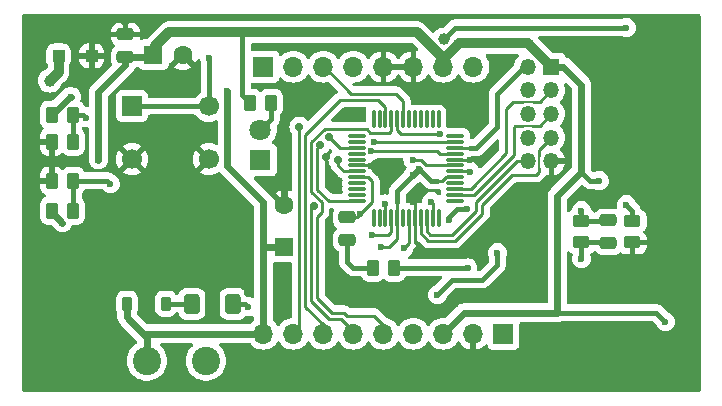
<source format=gbr>
%TF.GenerationSoftware,KiCad,Pcbnew,8.0.1*%
%TF.CreationDate,2024-04-28T15:11:03+02:00*%
%TF.ProjectId,controller_lpc1115_2MU_v1.04,636f6e74-726f-46c6-9c65-725f6c706331,rev?*%
%TF.SameCoordinates,Original*%
%TF.FileFunction,Copper,L2,Bot*%
%TF.FilePolarity,Positive*%
%FSLAX46Y46*%
G04 Gerber Fmt 4.6, Leading zero omitted, Abs format (unit mm)*
G04 Created by KiCad (PCBNEW 8.0.1) date 2024-04-28 15:11:03*
%MOMM*%
%LPD*%
G01*
G04 APERTURE LIST*
G04 Aperture macros list*
%AMRoundRect*
0 Rectangle with rounded corners*
0 $1 Rounding radius*
0 $2 $3 $4 $5 $6 $7 $8 $9 X,Y pos of 4 corners*
0 Add a 4 corners polygon primitive as box body*
4,1,4,$2,$3,$4,$5,$6,$7,$8,$9,$2,$3,0*
0 Add four circle primitives for the rounded corners*
1,1,$1+$1,$2,$3*
1,1,$1+$1,$4,$5*
1,1,$1+$1,$6,$7*
1,1,$1+$1,$8,$9*
0 Add four rect primitives between the rounded corners*
20,1,$1+$1,$2,$3,$4,$5,0*
20,1,$1+$1,$4,$5,$6,$7,0*
20,1,$1+$1,$6,$7,$8,$9,0*
20,1,$1+$1,$8,$9,$2,$3,0*%
G04 Aperture macros list end*
%TA.AperFunction,ComponentPad*%
%ADD10R,1.700000X1.700000*%
%TD*%
%TA.AperFunction,ComponentPad*%
%ADD11O,1.700000X1.700000*%
%TD*%
%TA.AperFunction,ComponentPad*%
%ADD12C,1.700000*%
%TD*%
%TA.AperFunction,ComponentPad*%
%ADD13R,1.350000X1.350000*%
%TD*%
%TA.AperFunction,ComponentPad*%
%ADD14O,1.350000X1.350000*%
%TD*%
%TA.AperFunction,ComponentPad*%
%ADD15R,1.600000X1.600000*%
%TD*%
%TA.AperFunction,ComponentPad*%
%ADD16C,1.600000*%
%TD*%
%TA.AperFunction,ComponentPad*%
%ADD17C,2.400000*%
%TD*%
%TA.AperFunction,ComponentPad*%
%ADD18R,1.800000X1.800000*%
%TD*%
%TA.AperFunction,ComponentPad*%
%ADD19C,1.800000*%
%TD*%
%TA.AperFunction,SMDPad,CuDef*%
%ADD20RoundRect,0.250000X-0.262500X-0.450000X0.262500X-0.450000X0.262500X0.450000X-0.262500X0.450000X0*%
%TD*%
%TA.AperFunction,SMDPad,CuDef*%
%ADD21RoundRect,0.250000X-0.475000X0.250000X-0.475000X-0.250000X0.475000X-0.250000X0.475000X0.250000X0*%
%TD*%
%TA.AperFunction,SMDPad,CuDef*%
%ADD22RoundRect,0.250000X0.262500X0.450000X-0.262500X0.450000X-0.262500X-0.450000X0.262500X-0.450000X0*%
%TD*%
%TA.AperFunction,SMDPad,CuDef*%
%ADD23RoundRect,0.250000X-0.400000X-0.600000X0.400000X-0.600000X0.400000X0.600000X-0.400000X0.600000X0*%
%TD*%
%TA.AperFunction,SMDPad,CuDef*%
%ADD24RoundRect,0.250000X-0.450000X0.262500X-0.450000X-0.262500X0.450000X-0.262500X0.450000X0.262500X0*%
%TD*%
%TA.AperFunction,SMDPad,CuDef*%
%ADD25RoundRect,0.075000X0.075000X-0.662500X0.075000X0.662500X-0.075000X0.662500X-0.075000X-0.662500X0*%
%TD*%
%TA.AperFunction,SMDPad,CuDef*%
%ADD26RoundRect,0.075000X0.662500X-0.075000X0.662500X0.075000X-0.662500X0.075000X-0.662500X-0.075000X0*%
%TD*%
%TA.AperFunction,SMDPad,CuDef*%
%ADD27RoundRect,0.225000X0.225000X0.375000X-0.225000X0.375000X-0.225000X-0.375000X0.225000X-0.375000X0*%
%TD*%
%TA.AperFunction,SMDPad,CuDef*%
%ADD28RoundRect,0.250000X-0.300000X-0.300000X0.300000X-0.300000X0.300000X0.300000X-0.300000X0.300000X0*%
%TD*%
%TA.AperFunction,ViaPad*%
%ADD29C,1.006400*%
%TD*%
%TA.AperFunction,ViaPad*%
%ADD30C,0.706400*%
%TD*%
%TA.AperFunction,ViaPad*%
%ADD31C,0.600000*%
%TD*%
%TA.AperFunction,Conductor*%
%ADD32C,0.812800*%
%TD*%
%TA.AperFunction,Conductor*%
%ADD33C,0.254000*%
%TD*%
%TA.AperFunction,Conductor*%
%ADD34C,0.406400*%
%TD*%
%TA.AperFunction,Conductor*%
%ADD35C,0.609600*%
%TD*%
%TA.AperFunction,Conductor*%
%ADD36C,0.150000*%
%TD*%
G04 APERTURE END LIST*
D10*
%TO.P,J2,1,Pin_1*%
%TO.N,/LT1*%
X145444000Y-88802000D03*
D11*
%TO.P,J2,2,Pin_2*%
%TO.N,/LT6*%
X147984000Y-88802000D03*
%TO.P,J2,3,Pin_3*%
%TO.N,/LT7*%
X150524000Y-88802000D03*
%TO.P,J2,4,Pin_4*%
%TO.N,/LT9*%
X153064000Y-88802000D03*
%TO.P,J2,5,Pin_5*%
%TO.N,GND*%
X155604000Y-88802000D03*
%TO.P,J2,6,Pin_6*%
X158144000Y-88802000D03*
%TO.P,J2,7,Pin_7*%
%TO.N,+3V3*%
X160684000Y-88802000D03*
%TO.P,J2,8,Pin_8*%
%TO.N,/PROG*%
X163224000Y-88802000D03*
%TD*%
D10*
%TO.P,SW1,1,1*%
%TO.N,/PROG*%
X134320000Y-92140000D03*
D12*
X140820000Y-92140000D03*
%TO.P,SW1,2,2*%
%TO.N,GND*%
X134320000Y-96640000D03*
X140820000Y-96640000D03*
%TD*%
D13*
%TO.P,J3,1,Pin_1*%
%TO.N,+3V3*%
X169828000Y-88802000D03*
D14*
%TO.P,J3,2,Pin_2*%
%TO.N,/SWDIO*%
X167828000Y-88802000D03*
%TO.P,J3,3,Pin_3*%
%TO.N,/IO15*%
X169828000Y-90802000D03*
%TO.P,J3,4,Pin_4*%
%TO.N,/SWCLK*%
X167828000Y-90802000D03*
%TO.P,J3,5,Pin_5*%
%TO.N,/IO14*%
X169828000Y-92802000D03*
%TO.P,J3,6,Pin_6*%
%TO.N,unconnected-(J3-Pin_6-Pad6)*%
X167828000Y-92802000D03*
%TO.P,J3,7,Pin_7*%
%TO.N,/ISP_EN*%
X169828000Y-94802000D03*
%TO.P,J3,8,Pin_8*%
%TO.N,unconnected-(J3-Pin_8-Pad8)*%
X167828000Y-94802000D03*
%TO.P,J3,9,Pin_9*%
%TO.N,GND*%
X169828000Y-96802000D03*
%TO.P,J3,10,Pin_10*%
%TO.N,/RESET*%
X167828000Y-96802000D03*
%TD*%
D15*
%TO.P,C5,1*%
%TO.N,/EIB_DC*%
X147222000Y-104042000D03*
D16*
%TO.P,C5,2*%
%TO.N,GND*%
X147222000Y-100542000D03*
%TD*%
D17*
%TO.P,L2,1,1*%
%TO.N,Net-(D2-K)*%
X140578000Y-113694000D03*
%TO.P,L2,2,2*%
%TO.N,/EIB_DC*%
X135578000Y-113694000D03*
%TD*%
D15*
%TO.P,C3,1*%
%TO.N,+3V3*%
X136110887Y-87786000D03*
D16*
%TO.P,C3,2*%
%TO.N,GND*%
X138610887Y-87786000D03*
%TD*%
D18*
%TO.P,D4,1,K*%
%TO.N,/PROG*%
X145190000Y-96681000D03*
D19*
%TO.P,D4,2,A*%
%TO.N,Net-(D4-A)*%
X145190000Y-94141000D03*
%TD*%
D10*
%TO.P,J1,1,Pin_1*%
%TO.N,Net-(D2-A)*%
X165754000Y-111408000D03*
D11*
%TO.P,J1,2,Pin_2*%
%TO.N,GND*%
X163214000Y-111408000D03*
%TO.P,J1,3,Pin_3*%
%TO.N,+3V3*%
X160674000Y-111408000D03*
%TO.P,J1,4,Pin_4*%
%TO.N,/PWM*%
X158134000Y-111408000D03*
%TO.P,J1,5,Pin_5*%
%TO.N,/IO7*%
X155594000Y-111408000D03*
%TO.P,J1,6,Pin_6*%
%TO.N,/IO5*%
X153054000Y-111408000D03*
%TO.P,J1,7,Pin_7*%
%TO.N,/IO6*%
X150514000Y-111408000D03*
%TO.P,J1,8,Pin_8*%
%TO.N,/APROG*%
X147974000Y-111408000D03*
%TO.P,J1,9,Pin_9*%
%TO.N,/EIB_DC*%
X145434000Y-111408000D03*
%TD*%
D20*
%TO.P,R20,1*%
%TO.N,GND*%
X127513500Y-98454000D03*
%TO.P,R20,2*%
%TO.N,/IO12*%
X129338500Y-98454000D03*
%TD*%
D21*
%TO.P,C4,1*%
%TO.N,/EIB_OUT*%
X152556000Y-101568000D03*
%TO.P,C4,2*%
%TO.N,Net-(C4-Pad2)*%
X152556000Y-103468000D03*
%TD*%
D22*
%TO.P,R19,1*%
%TO.N,/IO12*%
X129338500Y-100994000D03*
%TO.P,R19,2*%
%TO.N,+3V3*%
X127513500Y-100994000D03*
%TD*%
D23*
%TO.P,D10,1,K*%
%TO.N,Net-(D10-K)*%
X139376000Y-108868000D03*
%TO.P,D10,2,A*%
%TO.N,Net-(D10-A)*%
X142876000Y-108868000D03*
%TD*%
D21*
%TO.P,C15,1*%
%TO.N,GND*%
X133760000Y-86074000D03*
%TO.P,C15,2*%
%TO.N,+3V3*%
X133760000Y-87974000D03*
%TD*%
D20*
%TO.P,R14,1*%
%TO.N,+3V3*%
X144277500Y-91850000D03*
%TO.P,R14,2*%
%TO.N,Net-(D4-A)*%
X146102500Y-91850000D03*
%TD*%
%TO.P,R2,1*%
%TO.N,/EIB_DC*%
X127513500Y-92866000D03*
%TO.P,R2,2*%
%TO.N,Net-(U1-EN)*%
X129338500Y-92866000D03*
%TD*%
D22*
%TO.P,R15,1*%
%TO.N,Net-(Q2-B)*%
X156516500Y-105820000D03*
%TO.P,R15,2*%
%TO.N,Net-(C4-Pad2)*%
X154691500Y-105820000D03*
%TD*%
D24*
%TO.P,R18,1*%
%TO.N,Net-(Q1-C)*%
X176686000Y-101859500D03*
%TO.P,R18,2*%
%TO.N,GND*%
X176686000Y-103684500D03*
%TD*%
D22*
%TO.P,R1,1*%
%TO.N,Net-(U1-EN)*%
X129338500Y-95152000D03*
%TO.P,R1,2*%
%TO.N,GND*%
X127513500Y-95152000D03*
%TD*%
D25*
%TO.P,IC1,1,PIO2_6*%
%TO.N,unconnected-(IC1-PIO2_6-Pad1)*%
X160269950Y-101580550D03*
%TO.P,IC1,2,PIO2_0*%
%TO.N,/PROG*%
X159769950Y-101580550D03*
%TO.P,IC1,3,PIO0_0*%
%TO.N,/RESET*%
X159269950Y-101580550D03*
%TO.P,IC1,4,PIO0_1*%
%TO.N,/ISP_EN*%
X158769950Y-101580550D03*
%TO.P,IC1,5,VSS*%
%TO.N,GND*%
X158269950Y-101580550D03*
%TO.P,IC1,6,XTALIN*%
%TO.N,Net-(IC1-XTALIN)*%
X157769950Y-101580550D03*
%TO.P,IC1,7,XTALOUT*%
%TO.N,unconnected-(IC1-XTALOUT-Pad7)*%
X157269950Y-101580550D03*
%TO.P,IC1,8,VDD*%
%TO.N,+3V3*%
X156769950Y-101580550D03*
%TO.P,IC1,9,PIO1_8*%
%TO.N,/EIB_IN*%
X156269950Y-101580550D03*
%TO.P,IC1,10,PIO0_2*%
%TO.N,/IO5*%
X155769950Y-101580550D03*
%TO.P,IC1,11,PIO2_7*%
%TO.N,/ID1*%
X155269950Y-101580550D03*
%TO.P,IC1,12,PIO2_8*%
%TO.N,/ID2*%
X154769950Y-101580550D03*
D26*
%TO.P,IC1,13,PIO2_1*%
%TO.N,/LT1*%
X153357450Y-100168050D03*
%TO.P,IC1,14,PIO0_3*%
%TO.N,/LT2*%
X153357450Y-99668050D03*
%TO.P,IC1,15,PIO0_4*%
%TO.N,/SCL*%
X153357450Y-99168050D03*
%TO.P,IC1,16,PIO0_5*%
%TO.N,/SDA*%
X153357450Y-98668050D03*
%TO.P,IC1,17,PIO1_9*%
%TO.N,/EIB_OUT*%
X153357450Y-98168050D03*
%TO.P,IC1,18,PIO3_4*%
%TO.N,/LT6*%
X153357450Y-97668050D03*
%TO.P,IC1,19,PIO2_4*%
%TO.N,GND*%
X153357450Y-97168050D03*
%TO.P,IC1,20,PIO2_5*%
%TO.N,/LT4*%
X153357450Y-96668050D03*
%TO.P,IC1,21,PIO3_5*%
%TO.N,/LT5*%
X153357450Y-96168050D03*
%TO.P,IC1,22,PIO0_6*%
%TO.N,/APROG*%
X153357450Y-95668050D03*
%TO.P,IC1,23,PIO0_7*%
%TO.N,/IO2*%
X153357450Y-95168050D03*
%TO.P,IC1,24,PIO2_9*%
%TO.N,/IO4*%
X153357450Y-94668050D03*
D25*
%TO.P,IC1,25,PIO2_10*%
%TO.N,/IO3*%
X154769950Y-93255550D03*
%TO.P,IC1,26,PIO2_2*%
%TO.N,/IO1*%
X155269950Y-93255550D03*
%TO.P,IC1,27,PIO0_8*%
%TO.N,/IO6*%
X155769950Y-93255550D03*
%TO.P,IC1,28,PIO0_9*%
%TO.N,/IO7*%
X156269950Y-93255550D03*
%TO.P,IC1,29,PIO0_10*%
%TO.N,/SWCLK*%
X156769950Y-93255550D03*
%TO.P,IC1,30,PIO1_10*%
%TO.N,/LT7*%
X157269950Y-93255550D03*
%TO.P,IC1,31,PIO2_11*%
%TO.N,/IO8*%
X157769950Y-93255550D03*
%TO.P,IC1,32,PIO0_11*%
%TO.N,/LT8*%
X158269950Y-93255550D03*
%TO.P,IC1,33,PIO1_0*%
%TO.N,/IO9*%
X158769950Y-93255550D03*
%TO.P,IC1,34,PIO1_1*%
%TO.N,/IO10*%
X159269950Y-93255550D03*
%TO.P,IC1,35,PIO1_2*%
%TO.N,/IO11*%
X159769950Y-93255550D03*
%TO.P,IC1,36,PIO3_0*%
%TO.N,/TXD*%
X160269950Y-93255550D03*
D26*
%TO.P,IC1,37,PIO3_1*%
%TO.N,/RXD*%
X161682450Y-94668050D03*
%TO.P,IC1,38,PIO2_3*%
%TO.N,/LT9*%
X161682450Y-95168050D03*
%TO.P,IC1,39,PIO1_3*%
%TO.N,/SWDIO*%
X161682450Y-95668050D03*
%TO.P,IC1,40,PIO1_4*%
%TO.N,/IO12*%
X161682450Y-96168050D03*
%TO.P,IC1,41,VSS*%
%TO.N,GND*%
X161682450Y-96668050D03*
%TO.P,IC1,42,PIO1_11*%
%TO.N,/BUS_V*%
X161682450Y-97168050D03*
%TO.P,IC1,43,PIO3_2*%
%TO.N,/PWM*%
X161682450Y-97668050D03*
%TO.P,IC1,44,VDD*%
%TO.N,+3V3*%
X161682450Y-98168050D03*
%TO.P,IC1,45,PIO1_5*%
%TO.N,/IO13*%
X161682450Y-98668050D03*
%TO.P,IC1,46,PIO1_6*%
%TO.N,/IO15*%
X161682450Y-99168050D03*
%TO.P,IC1,47,PIO1_7*%
%TO.N,/IO14*%
X161682450Y-99668050D03*
%TO.P,IC1,48,PIO3_3*%
%TO.N,unconnected-(IC1-PIO3_3-Pad48)*%
X161682450Y-100168050D03*
%TD*%
D27*
%TO.P,D6,1,K*%
%TO.N,Net-(D10-K)*%
X137188000Y-108868000D03*
%TO.P,D6,2,A*%
%TO.N,/EIB_DC*%
X133888000Y-108868000D03*
%TD*%
D28*
%TO.P,D5,1,K*%
%TO.N,Net-(D5-K)*%
X128092800Y-87887600D03*
%TO.P,D5,2,A*%
%TO.N,GND*%
X130892800Y-87887600D03*
%TD*%
D21*
%TO.P,C10,1*%
%TO.N,Net-(Q1-B)*%
X174654000Y-101822000D03*
%TO.P,C10,2*%
%TO.N,Net-(D3-K)*%
X174654000Y-103722000D03*
%TD*%
D24*
%TO.P,R5,1*%
%TO.N,Net-(Q1-B)*%
X172368000Y-101859500D03*
%TO.P,R5,2*%
%TO.N,Net-(D3-K)*%
X172368000Y-103684500D03*
%TD*%
D29*
%TO.N,GND*%
X125632000Y-85754000D03*
D30*
X147222000Y-96676000D03*
X156874000Y-113440000D03*
X133760000Y-84992000D03*
X150778000Y-96422000D03*
X173628000Y-89632000D03*
X173648000Y-87982000D03*
X144153200Y-107965400D03*
X146672600Y-107377300D03*
X153318000Y-92866000D03*
D31*
X158144000Y-100232000D03*
X162970000Y-103788000D03*
D30*
X140364000Y-101756000D03*
D31*
X176178000Y-105566000D03*
D30*
X137570000Y-94390000D03*
X149508000Y-91596000D03*
X149254000Y-113694000D03*
X151286000Y-98962000D03*
X135284000Y-101756000D03*
X163224000Y-93628000D03*
D31*
X171860000Y-106074000D03*
X158652000Y-108106000D03*
X158652000Y-104042000D03*
D30*
X173638000Y-88802000D03*
X137541000Y-106582000D03*
D31*
X181004000Y-88294000D03*
X174146000Y-99978000D03*
X175924000Y-111916000D03*
D30*
X140364000Y-106582000D03*
D31*
X182020000Y-95660000D03*
X181004000Y-86262000D03*
D30*
X125632000Y-107852000D03*
X132744000Y-114710000D03*
D31*
X154588000Y-97184000D03*
X162970000Y-96676000D03*
%TO.N,Net-(IC1-XTALIN)*%
X157304050Y-104190500D03*
%TO.N,+3V3*%
X155399050Y-104091900D03*
X128426000Y-102010000D03*
X158144000Y-97946000D03*
X179480000Y-110392000D03*
X131474000Y-96676000D03*
X158638976Y-97451024D03*
X173892000Y-98454000D03*
%TO.N,/EIB_OUT*%
X153608775Y-101284775D03*
%TO.N,/EIB_DC*%
X129188000Y-91342000D03*
X142396000Y-90834000D03*
%TO.N,/EIB_IN*%
X162716000Y-100867000D03*
X161192000Y-101756000D03*
X154609383Y-103061612D03*
D29*
%TO.N,/BUS_V*%
X160701201Y-86498799D03*
D31*
X176178000Y-85500000D03*
X158101200Y-96676000D03*
%TO.N,/PROG*%
X140872000Y-88040000D03*
X159668000Y-100232000D03*
D30*
%TO.N,/IO5*%
X149679950Y-100574300D03*
D31*
X155749950Y-100414300D03*
D30*
%TO.N,/LT1*%
X150204581Y-95461081D03*
%TO.N,/LT6*%
X151794000Y-96676000D03*
%TO.N,/APROG*%
X151032000Y-94764500D03*
X148492000Y-93882000D03*
D31*
%TO.N,/SWCLK*%
X160430000Y-94541050D03*
%TO.N,/LT9*%
X154842000Y-95149144D03*
%TO.N,/IO12*%
X132490000Y-98708000D03*
X154588000Y-95911144D03*
%TO.N,/PWM*%
X162970000Y-97692000D03*
%TO.N,Net-(Q1-B)*%
X172368000Y-100994000D03*
%TO.N,Net-(D3-K)*%
X172368000Y-105058000D03*
%TO.N,Net-(Q2-B)*%
X162745053Y-105836319D03*
%TO.N,Net-(D10-A)*%
X160176000Y-108106000D03*
X165256000Y-104550000D03*
X144174000Y-109122000D03*
%TO.N,Net-(Q1-C)*%
X176178000Y-100486000D03*
%TO.N,Net-(U1-EN)*%
X130458000Y-93120000D03*
D29*
%TO.N,Net-(D5-K)*%
X127362200Y-89992800D03*
%TD*%
D32*
%TO.N,+3V3*%
X143666000Y-85881000D02*
X158419900Y-85881000D01*
X158419900Y-85881000D02*
X160694950Y-88156050D01*
X167845900Y-86819900D02*
X169828000Y-88802000D01*
X160694950Y-88156050D02*
X162031100Y-86819900D01*
X162031100Y-86819900D02*
X167845900Y-86819900D01*
D33*
%TO.N,GND*%
X162970000Y-96676000D02*
X162498492Y-96676000D01*
X162490542Y-96668050D02*
X161819950Y-96668050D01*
X158269950Y-103659950D02*
X158269950Y-100357950D01*
X162498492Y-96676000D02*
X162490542Y-96668050D01*
X158652000Y-104042000D02*
X158269950Y-103659950D01*
X153357450Y-97168050D02*
X154572050Y-97168050D01*
D34*
X163234950Y-111229000D02*
X163235050Y-111229100D01*
D33*
X154572050Y-97168050D02*
X154588000Y-97184000D01*
X158269950Y-100357950D02*
X158144000Y-100232000D01*
D35*
X147222000Y-100542000D02*
X147222000Y-96676000D01*
D33*
%TO.N,Net-(IC1-XTALIN)*%
X157304050Y-104190500D02*
X157769950Y-103724600D01*
X157769950Y-103724600D02*
X157769950Y-101718050D01*
%TO.N,+3V3*%
X156769950Y-103384050D02*
X156062100Y-104091900D01*
D34*
X173130000Y-98454000D02*
X172368000Y-97692000D01*
D35*
X131474000Y-96676000D02*
X131474000Y-90961000D01*
D33*
X156770650Y-100232000D02*
X156770650Y-101667950D01*
D35*
X135922887Y-87974000D02*
X136110887Y-87786000D01*
X131474000Y-90961000D02*
X133760000Y-88675000D01*
X170844000Y-88802000D02*
X169828000Y-88802000D01*
D34*
X159641952Y-98454000D02*
X158638976Y-97451024D01*
X156770650Y-99319350D02*
X158144000Y-97946000D01*
D35*
X172368000Y-97692000D02*
X172368000Y-90326000D01*
D33*
X156770650Y-101667950D02*
X156764300Y-101674300D01*
D35*
X133760000Y-87974000D02*
X135922887Y-87974000D01*
D34*
X178718000Y-109630000D02*
X170336000Y-109630000D01*
D33*
X156764300Y-101674300D02*
X156769950Y-101718050D01*
D35*
X127513500Y-100994000D02*
X127513500Y-101097500D01*
X170336000Y-109630000D02*
X162452000Y-109630000D01*
D34*
X179480000Y-110392000D02*
X178718000Y-109630000D01*
D33*
X156769950Y-101718050D02*
X156769950Y-103384050D01*
D35*
X170336000Y-99724000D02*
X171860000Y-98200000D01*
D33*
X160874358Y-98168050D02*
X160588408Y-98454000D01*
D35*
X127513500Y-101097500D02*
X128426000Y-102010000D01*
D34*
X143666000Y-91238500D02*
X144277500Y-91850000D01*
D35*
X172368000Y-90326000D02*
X170844000Y-88802000D01*
X133760000Y-88675000D02*
X133760000Y-87974000D01*
X158144000Y-97946000D02*
X158638976Y-97451024D01*
X162452000Y-109630000D02*
X160674000Y-111408000D01*
D34*
X156770650Y-100232000D02*
X156770650Y-99319350D01*
X173892000Y-98454000D02*
X173130000Y-98454000D01*
D32*
X136300000Y-87024000D02*
X136300000Y-87786000D01*
D33*
X161682450Y-98168050D02*
X160874358Y-98168050D01*
D32*
X143666000Y-85881000D02*
X137443000Y-85881000D01*
D33*
X156062100Y-104091900D02*
X155399050Y-104091900D01*
D35*
X170336000Y-109630000D02*
X170336000Y-99724000D01*
D34*
X143666000Y-85881000D02*
X143666000Y-91238500D01*
D33*
X160176000Y-98454000D02*
X160588408Y-98454000D01*
D34*
X160176000Y-98454000D02*
X159641952Y-98454000D01*
D32*
X137443000Y-85881000D02*
X136300000Y-87024000D01*
D35*
X171860000Y-98200000D02*
X172368000Y-97692000D01*
D33*
%TO.N,/EIB_OUT*%
X153219950Y-98168050D02*
X154309563Y-98168050D01*
X153325550Y-101568000D02*
X152556000Y-101568000D01*
X153608775Y-101284775D02*
X153325550Y-101568000D01*
X154662450Y-98520937D02*
X154662450Y-100231100D01*
X154309563Y-98168050D02*
X154662450Y-98520937D01*
X154662450Y-100231100D02*
X153608775Y-101284775D01*
D34*
%TO.N,Net-(C4-Pad2)*%
X152556000Y-105312000D02*
X152556000Y-103468000D01*
X154691500Y-105820000D02*
X153064000Y-105820000D01*
X153064000Y-105820000D02*
X152556000Y-105312000D01*
D35*
%TO.N,/EIB_DC*%
X135578000Y-111702000D02*
X135284000Y-111408000D01*
X145434000Y-111408000D02*
X135284000Y-111408000D01*
X142396000Y-97184000D02*
X145434000Y-100222000D01*
X145434000Y-104042000D02*
X147222000Y-104042000D01*
X133888000Y-110012000D02*
X133888000Y-108868000D01*
X135284000Y-111408000D02*
X133888000Y-110012000D01*
X142396000Y-90834000D02*
X142396000Y-97184000D01*
X145434000Y-104042000D02*
X145434000Y-111408000D01*
X145455050Y-111386950D02*
X145434000Y-111408000D01*
X145434000Y-100222000D02*
X145434000Y-104042000D01*
X129037500Y-91342000D02*
X127513500Y-92866000D01*
X129188000Y-91342000D02*
X129037500Y-91342000D01*
X135578000Y-113694000D02*
X135578000Y-111702000D01*
X145455050Y-111229100D02*
X145455050Y-111386950D01*
D34*
%TO.N,/EIB_IN*%
X161827000Y-100867000D02*
X162716000Y-100867000D01*
D33*
X155989600Y-103061612D02*
X156269950Y-102795550D01*
D34*
X161192000Y-101756000D02*
X161192000Y-101502000D01*
D33*
X154609383Y-103061612D02*
X155989600Y-103061612D01*
X156269950Y-102795550D02*
X156269950Y-101718050D01*
D34*
X161192000Y-101502000D02*
X161827000Y-100867000D01*
D33*
%TO.N,/RESET*%
X159548900Y-103026000D02*
X161446000Y-103026000D01*
X163478000Y-100232000D02*
X166908000Y-96802000D01*
X163478000Y-100994000D02*
X163478000Y-100232000D01*
X159269950Y-101718050D02*
X159269950Y-102747050D01*
X166908000Y-96802000D02*
X167828000Y-96802000D01*
X159269950Y-102747050D02*
X159548900Y-103026000D01*
X161446000Y-103026000D02*
X163478000Y-100994000D01*
%TO.N,/BUS_V*%
X158750664Y-96676000D02*
X159174144Y-97099480D01*
X158101200Y-96676000D02*
X158750664Y-96676000D01*
X159174144Y-97099480D02*
X160688928Y-97099480D01*
X160757498Y-97168050D02*
X161682450Y-97168050D01*
D34*
X161700000Y-85500000D02*
X160701201Y-86498799D01*
D33*
X160688928Y-97099480D02*
X160757498Y-97168050D01*
D34*
X176178000Y-85500000D02*
X161700000Y-85500000D01*
%TO.N,/PROG*%
X136046000Y-92140000D02*
X134320000Y-92140000D01*
D33*
X159769950Y-100333950D02*
X159769950Y-101718050D01*
D34*
X140872000Y-88040000D02*
X140872000Y-92088000D01*
X140872000Y-92088000D02*
X140820000Y-92140000D01*
D33*
X159668000Y-100232000D02*
X159769950Y-100333950D01*
D34*
X140820000Y-92140000D02*
X136046000Y-92140000D01*
D33*
%TO.N,/ISP_EN*%
X161700000Y-103534000D02*
X163986000Y-101248000D01*
X168812000Y-97692000D02*
X168812000Y-97421000D01*
X163986000Y-100486000D02*
X166526000Y-97946000D01*
X169828000Y-94802000D02*
X168812000Y-95818000D01*
X168558000Y-97946000D02*
X168812000Y-97692000D01*
X168812000Y-95931000D02*
X168812000Y-96405000D01*
X163986000Y-101248000D02*
X163986000Y-100486000D01*
X168812000Y-95818000D02*
X168812000Y-95931000D01*
X158769950Y-102889950D02*
X159414000Y-103534000D01*
X158769950Y-101718050D02*
X158769950Y-102889950D01*
X159414000Y-103534000D02*
X161700000Y-103534000D01*
D36*
X168812000Y-96405000D02*
X168812000Y-97421000D01*
D33*
X166526000Y-97946000D02*
X168558000Y-97946000D01*
%TO.N,/IO5*%
X151983950Y-110138000D02*
X153075050Y-111229100D01*
X155769950Y-101718050D02*
X155769950Y-100434300D01*
X155769950Y-100434300D02*
X155749950Y-100414300D01*
X150999975Y-110138000D02*
X151983950Y-110138000D01*
X149508000Y-100746250D02*
X149508000Y-108646025D01*
X149508000Y-108646025D02*
X150999975Y-110138000D01*
X149679950Y-100574300D02*
X149508000Y-100746250D01*
%TO.N,/LT1*%
X150016000Y-95649662D02*
X150016000Y-99216000D01*
X150016000Y-99216000D02*
X150968050Y-100168050D01*
X150204581Y-95461081D02*
X150016000Y-95649662D01*
X150968050Y-100168050D02*
X153219950Y-100168050D01*
%TO.N,/LT6*%
X151794000Y-96676000D02*
X151794000Y-97184000D01*
X151794000Y-97184000D02*
X152278050Y-97668050D01*
X152278050Y-97668050D02*
X153219950Y-97668050D01*
%TO.N,/APROG*%
X151935550Y-95668050D02*
X153219950Y-95668050D01*
X151032000Y-94764500D02*
X151935550Y-95668050D01*
X148492000Y-110732150D02*
X147995050Y-111229100D01*
X148492000Y-93882000D02*
X148492000Y-110732150D01*
%TO.N,/IO6*%
X150535050Y-111229100D02*
X150535050Y-110696225D01*
X155769950Y-92254300D02*
X155769950Y-93118050D01*
X149000000Y-94554250D02*
X151958250Y-91596000D01*
X151958250Y-91596000D02*
X155111650Y-91596000D01*
X149000000Y-109161175D02*
X149000000Y-94554250D01*
X155111650Y-91596000D02*
X155769950Y-92254300D01*
X150535050Y-110696225D02*
X149000000Y-109161175D01*
%TO.N,/IO7*%
X154491900Y-94390000D02*
X154186200Y-94084300D01*
X151286000Y-109630000D02*
X152285383Y-109630000D01*
X156269950Y-94232050D02*
X156112000Y-94390000D01*
X152539383Y-109884000D02*
X154842000Y-109884000D01*
X150363350Y-101140900D02*
X150016000Y-101488250D01*
X154842000Y-109884000D02*
X155594000Y-110636000D01*
X150363350Y-100291226D02*
X150363350Y-101140900D01*
X155594000Y-111408000D02*
X155615050Y-111386950D01*
X149508000Y-95195713D02*
X149508000Y-99435876D01*
X150016000Y-101488250D02*
X150016000Y-108360000D01*
X155615050Y-111386950D02*
X155615050Y-111229100D01*
X154186200Y-94084300D02*
X150619413Y-94084300D01*
X156112000Y-94390000D02*
X154491900Y-94390000D01*
X156269950Y-93118050D02*
X156269950Y-94232050D01*
X150619413Y-94084300D02*
X149508000Y-95195713D01*
X150016000Y-108360000D02*
X151286000Y-109630000D01*
X152285383Y-109630000D02*
X152539383Y-109884000D01*
X149508000Y-99435876D02*
X150363350Y-100291226D01*
X155594000Y-110636000D02*
X155594000Y-111408000D01*
%TO.N,/SWCLK*%
X156769950Y-93255550D02*
X156769950Y-94183000D01*
X156769950Y-94183000D02*
X157128000Y-94541050D01*
X157128000Y-94541050D02*
X160430000Y-94541050D01*
%TO.N,/LT9*%
X154842000Y-95149144D02*
X154860906Y-95168050D01*
X154860906Y-95168050D02*
X161682450Y-95168050D01*
D34*
%TO.N,/SWDIO*%
X165256000Y-93882000D02*
X165256000Y-91088000D01*
X162970000Y-95668050D02*
X163469950Y-95668050D01*
X167542000Y-88802000D02*
X167828000Y-88802000D01*
D33*
X161819950Y-95668050D02*
X162970000Y-95668050D01*
D34*
X163469950Y-95668050D02*
X165256000Y-93882000D01*
X165256000Y-91088000D02*
X167542000Y-88802000D01*
D33*
%TO.N,/IO12*%
X154590856Y-95914000D02*
X160176000Y-95914000D01*
D34*
X129338500Y-100994000D02*
X129338500Y-98454000D01*
D33*
X160176000Y-95914000D02*
X160430050Y-96168050D01*
D34*
X132490000Y-98708000D02*
X132236000Y-98454000D01*
D33*
X154588000Y-95911144D02*
X154590856Y-95914000D01*
D34*
X132236000Y-98454000D02*
X129338500Y-98454000D01*
D33*
X160430050Y-96168050D02*
X161682450Y-96168050D01*
%TO.N,/PWM*%
X162946050Y-97668050D02*
X162970000Y-97692000D01*
X161682450Y-97668050D02*
X162946050Y-97668050D01*
%TO.N,/IO15*%
X169828000Y-90802000D02*
X168822164Y-91807836D01*
X166018000Y-96137184D02*
X162987134Y-99168050D01*
X168822164Y-91807836D02*
X168304000Y-91807836D01*
X162987134Y-99168050D02*
X161819950Y-99168050D01*
D36*
X167454976Y-91807836D02*
X168304000Y-91807836D01*
D33*
X167454976Y-91807836D02*
X166568164Y-91807836D01*
X166568164Y-91807836D02*
X166018000Y-92358000D01*
X166018000Y-92358000D02*
X166018000Y-96137184D01*
%TO.N,/IO14*%
X166645000Y-93912802D02*
X166645000Y-96303000D01*
D36*
X168212181Y-93792124D02*
X167425175Y-93792124D01*
D33*
X163279950Y-99668050D02*
X161819950Y-99668050D01*
X166765678Y-93792124D02*
X166645000Y-93912802D01*
X168837876Y-93792124D02*
X169828000Y-92802000D01*
X167425175Y-93792124D02*
X166765678Y-93792124D01*
X168212181Y-93792124D02*
X168837876Y-93792124D01*
X166645000Y-96303000D02*
X163279950Y-99668050D01*
D34*
%TO.N,Net-(Q1-B)*%
X172368000Y-101859500D02*
X174616500Y-101859500D01*
X172368000Y-100994000D02*
X172368000Y-101859500D01*
X174616500Y-101859500D02*
X174654000Y-101822000D01*
%TO.N,Net-(D3-K)*%
X172368000Y-103684500D02*
X174616500Y-103684500D01*
X172368000Y-105058000D02*
X172368000Y-103684500D01*
X174616500Y-103684500D02*
X174654000Y-103722000D01*
%TO.N,Net-(Q2-B)*%
X156516500Y-105820000D02*
X161954000Y-105820000D01*
X162728734Y-105820000D02*
X162745053Y-105836319D01*
X161954000Y-105820000D02*
X162728734Y-105820000D01*
%TO.N,Net-(D10-K)*%
X139376000Y-108868000D02*
X137188000Y-108868000D01*
%TO.N,Net-(D10-A)*%
X163986000Y-106836000D02*
X161446000Y-106836000D01*
X165256000Y-105566000D02*
X163986000Y-106836000D01*
X161446000Y-106836000D02*
X160176000Y-108106000D01*
X142876000Y-108868000D02*
X143920000Y-108868000D01*
X143920000Y-108868000D02*
X144174000Y-109122000D01*
X165256000Y-104550000D02*
X165256000Y-105566000D01*
D33*
%TO.N,/LT7*%
X157269950Y-91695000D02*
X156662950Y-91088000D01*
X152847250Y-91088000D02*
X150534950Y-88775700D01*
X157269950Y-93118050D02*
X157269950Y-91695000D01*
X156662950Y-91088000D02*
X152847250Y-91088000D01*
D34*
%TO.N,Net-(Q1-C)*%
X176686000Y-100994000D02*
X176178000Y-100486000D01*
X176686000Y-101859500D02*
X176686000Y-100994000D01*
%TO.N,Net-(U1-EN)*%
X129338500Y-95152000D02*
X129338500Y-92866000D01*
X129338500Y-92866000D02*
X130204000Y-92866000D01*
X130204000Y-92866000D02*
X130458000Y-93120000D01*
%TO.N,Net-(D4-A)*%
X146102500Y-93228500D02*
X145190000Y-94141000D01*
X146102500Y-91850000D02*
X146102500Y-93228500D01*
D32*
%TO.N,Net-(D5-K)*%
X128092800Y-89262200D02*
X128092800Y-87887600D01*
X127362200Y-89992800D02*
X128092800Y-89262200D01*
%TD*%
%TA.AperFunction,Conductor*%
%TO.N,GND*%
G36*
X146374100Y-105342497D02*
G01*
X146374127Y-105342500D01*
X147740500Y-105342499D01*
X147807539Y-105362184D01*
X147853294Y-105414987D01*
X147864500Y-105466499D01*
X147864500Y-109948296D01*
X147844815Y-110015335D01*
X147792011Y-110061090D01*
X147751312Y-110071824D01*
X147746807Y-110072218D01*
X147738592Y-110072937D01*
X147738590Y-110072937D01*
X147738586Y-110072938D01*
X147510344Y-110134094D01*
X147510335Y-110134098D01*
X147296171Y-110233964D01*
X147296169Y-110233965D01*
X147102597Y-110369505D01*
X146935505Y-110536597D01*
X146805575Y-110722158D01*
X146750998Y-110765783D01*
X146681500Y-110772977D01*
X146619145Y-110741454D01*
X146602425Y-110722158D01*
X146472494Y-110536597D01*
X146305404Y-110369508D01*
X146305402Y-110369506D01*
X146305401Y-110369505D01*
X146292174Y-110360243D01*
X146248551Y-110305666D01*
X146239300Y-110258670D01*
X146239300Y-105466050D01*
X146258985Y-105399011D01*
X146311789Y-105353256D01*
X146370744Y-105343707D01*
X146370806Y-105342564D01*
X146370806Y-105342500D01*
X146370809Y-105342499D01*
X146370819Y-105342322D01*
X146374100Y-105342497D01*
G37*
%TD.AperFunction*%
%TA.AperFunction,Conductor*%
G36*
X171119342Y-90216208D02*
G01*
X171526381Y-90623247D01*
X171559866Y-90684570D01*
X171562700Y-90710928D01*
X171562700Y-97307072D01*
X171543015Y-97374111D01*
X171526381Y-97394753D01*
X171346651Y-97574483D01*
X169822654Y-99098479D01*
X169822651Y-99098482D01*
X169790478Y-99130655D01*
X169710480Y-99210652D01*
X169629658Y-99331612D01*
X169622356Y-99342540D01*
X169622348Y-99342554D01*
X169561648Y-99489098D01*
X169561645Y-99489108D01*
X169530699Y-99644682D01*
X169530699Y-99809428D01*
X169530700Y-99809449D01*
X169530700Y-108700700D01*
X169511015Y-108767739D01*
X169458211Y-108813494D01*
X169406700Y-108824700D01*
X162537450Y-108824700D01*
X162537430Y-108824699D01*
X162531316Y-108824699D01*
X162372685Y-108824699D01*
X162372680Y-108824699D01*
X162217110Y-108855644D01*
X162217102Y-108855646D01*
X162082104Y-108911564D01*
X162082104Y-108911565D01*
X162070547Y-108916352D01*
X162070541Y-108916355D01*
X161938652Y-109004480D01*
X161890442Y-109052691D01*
X161826482Y-109116651D01*
X161826479Y-109116654D01*
X160914237Y-110028895D01*
X160852914Y-110062380D01*
X160815749Y-110064742D01*
X160674002Y-110052341D01*
X160673999Y-110052341D01*
X160438596Y-110072936D01*
X160438586Y-110072938D01*
X160210344Y-110134094D01*
X160210335Y-110134098D01*
X159996171Y-110233964D01*
X159996169Y-110233965D01*
X159802597Y-110369505D01*
X159635505Y-110536597D01*
X159505575Y-110722158D01*
X159450998Y-110765783D01*
X159381500Y-110772977D01*
X159319145Y-110741454D01*
X159302425Y-110722158D01*
X159172494Y-110536597D01*
X159005402Y-110369506D01*
X159005395Y-110369501D01*
X158811834Y-110233967D01*
X158811830Y-110233965D01*
X158766334Y-110212750D01*
X158597663Y-110134097D01*
X158597659Y-110134096D01*
X158597655Y-110134094D01*
X158369413Y-110072938D01*
X158369403Y-110072936D01*
X158134001Y-110052341D01*
X158133999Y-110052341D01*
X157898596Y-110072936D01*
X157898586Y-110072938D01*
X157670344Y-110134094D01*
X157670335Y-110134098D01*
X157456171Y-110233964D01*
X157456169Y-110233965D01*
X157262597Y-110369505D01*
X157095505Y-110536597D01*
X156965575Y-110722158D01*
X156910998Y-110765783D01*
X156841500Y-110772977D01*
X156779145Y-110741454D01*
X156762425Y-110722158D01*
X156632494Y-110536597D01*
X156465402Y-110369506D01*
X156465395Y-110369501D01*
X156271834Y-110233967D01*
X156271830Y-110233965D01*
X156226334Y-110212750D01*
X156057663Y-110134097D01*
X156057660Y-110134096D01*
X156057658Y-110134095D01*
X155983004Y-110114092D01*
X155927417Y-110081998D01*
X155242013Y-109396593D01*
X155242007Y-109396588D01*
X155226882Y-109386482D01*
X155139239Y-109327920D01*
X155139226Y-109327913D01*
X155105785Y-109314062D01*
X155025035Y-109280614D01*
X155025027Y-109280612D01*
X154903807Y-109256500D01*
X154903803Y-109256500D01*
X152850664Y-109256500D01*
X152783625Y-109236815D01*
X152762987Y-109220185D01*
X152685391Y-109142589D01*
X152685390Y-109142588D01*
X152685389Y-109142587D01*
X152582622Y-109073920D01*
X152582609Y-109073913D01*
X152531373Y-109052691D01*
X152468418Y-109026614D01*
X152468410Y-109026612D01*
X152347190Y-109002500D01*
X152347186Y-109002500D01*
X151597281Y-109002500D01*
X151530242Y-108982815D01*
X151509600Y-108966181D01*
X150679819Y-108136400D01*
X150646334Y-108075077D01*
X150643500Y-108048719D01*
X150643500Y-101799531D01*
X150663185Y-101732492D01*
X150679819Y-101711850D01*
X150850759Y-101540910D01*
X150850761Y-101540908D01*
X150880222Y-101496816D01*
X150919433Y-101438133D01*
X150966735Y-101323935D01*
X150990850Y-101202703D01*
X150990850Y-100919550D01*
X151010535Y-100852511D01*
X151063339Y-100806756D01*
X151114850Y-100795550D01*
X151299294Y-100795550D01*
X151366333Y-100815235D01*
X151412088Y-100868039D01*
X151422032Y-100937197D01*
X151404834Y-100984645D01*
X151396189Y-100998661D01*
X151396185Y-100998668D01*
X151391446Y-101012970D01*
X151341001Y-101165203D01*
X151341001Y-101165204D01*
X151341000Y-101165204D01*
X151330500Y-101267983D01*
X151330500Y-101868001D01*
X151330501Y-101868019D01*
X151341000Y-101970796D01*
X151341001Y-101970799D01*
X151396185Y-102137331D01*
X151396187Y-102137336D01*
X151417578Y-102172016D01*
X151484653Y-102280763D01*
X151488289Y-102286657D01*
X151612346Y-102410714D01*
X151615182Y-102412463D01*
X151616717Y-102414170D01*
X151618011Y-102415193D01*
X151617836Y-102415414D01*
X151661905Y-102464411D01*
X151673126Y-102533374D01*
X151645282Y-102597456D01*
X151615182Y-102623537D01*
X151612346Y-102625285D01*
X151488289Y-102749342D01*
X151396187Y-102898663D01*
X151396186Y-102898666D01*
X151341001Y-103065203D01*
X151341001Y-103065204D01*
X151341000Y-103065204D01*
X151330500Y-103167983D01*
X151330500Y-103768001D01*
X151330501Y-103768019D01*
X151341000Y-103870796D01*
X151341001Y-103870799D01*
X151396185Y-104037331D01*
X151396187Y-104037336D01*
X151429839Y-104091894D01*
X151488288Y-104186656D01*
X151612344Y-104310712D01*
X151761666Y-104402814D01*
X151767299Y-104404680D01*
X151824744Y-104444448D01*
X151851571Y-104508963D01*
X151852300Y-104522387D01*
X151852300Y-105237556D01*
X151852299Y-105237582D01*
X151852299Y-105381310D01*
X151873258Y-105486673D01*
X151873258Y-105486674D01*
X151879340Y-105517255D01*
X151879343Y-105517264D01*
X151932386Y-105645323D01*
X152009401Y-105760585D01*
X152111736Y-105862920D01*
X152111758Y-105862940D01*
X152514274Y-106265456D01*
X152514303Y-106265487D01*
X152615414Y-106366598D01*
X152730676Y-106443613D01*
X152858733Y-106496655D01*
X152858738Y-106496657D01*
X152858742Y-106496657D01*
X152858743Y-106496658D01*
X152994688Y-106523700D01*
X152994691Y-106523700D01*
X152994692Y-106523700D01*
X153634584Y-106523700D01*
X153701623Y-106543385D01*
X153737781Y-106584799D01*
X153740395Y-106583187D01*
X153744185Y-106589332D01*
X153744186Y-106589334D01*
X153836288Y-106738656D01*
X153960344Y-106862712D01*
X154109666Y-106954814D01*
X154276203Y-107009999D01*
X154378991Y-107020500D01*
X155004008Y-107020499D01*
X155004016Y-107020498D01*
X155004019Y-107020498D01*
X155060302Y-107014748D01*
X155106797Y-107009999D01*
X155273334Y-106954814D01*
X155422656Y-106862712D01*
X155516319Y-106769049D01*
X155577642Y-106735564D01*
X155647334Y-106740548D01*
X155691681Y-106769049D01*
X155785344Y-106862712D01*
X155934666Y-106954814D01*
X156101203Y-107009999D01*
X156203991Y-107020500D01*
X156829008Y-107020499D01*
X156829016Y-107020498D01*
X156829019Y-107020498D01*
X156885302Y-107014748D01*
X156931797Y-107009999D01*
X157098334Y-106954814D01*
X157247656Y-106862712D01*
X157371712Y-106738656D01*
X157463814Y-106589334D01*
X157463814Y-106589332D01*
X157467605Y-106583187D01*
X157470263Y-106584827D01*
X157507158Y-106542886D01*
X157573416Y-106523700D01*
X160463756Y-106523700D01*
X160530795Y-106543385D01*
X160576550Y-106596189D01*
X160586494Y-106665347D01*
X160557469Y-106728903D01*
X160551437Y-106735381D01*
X159969749Y-107317067D01*
X159923024Y-107346427D01*
X159826476Y-107380211D01*
X159826475Y-107380212D01*
X159673737Y-107476184D01*
X159546184Y-107603737D01*
X159450211Y-107756476D01*
X159390631Y-107926745D01*
X159390630Y-107926750D01*
X159370435Y-108105996D01*
X159370435Y-108106003D01*
X159390630Y-108285249D01*
X159390631Y-108285254D01*
X159450211Y-108455523D01*
X159546184Y-108608262D01*
X159673738Y-108735816D01*
X159724543Y-108767739D01*
X159797361Y-108813494D01*
X159826478Y-108831789D01*
X159996745Y-108891368D01*
X159996750Y-108891369D01*
X160175996Y-108911565D01*
X160176000Y-108911565D01*
X160176004Y-108911565D01*
X160355249Y-108891369D01*
X160355252Y-108891368D01*
X160355255Y-108891368D01*
X160525522Y-108831789D01*
X160678262Y-108735816D01*
X160805816Y-108608262D01*
X160901789Y-108455522D01*
X160935572Y-108358974D01*
X160964930Y-108312250D01*
X161701163Y-107576019D01*
X161762486Y-107542534D01*
X161788844Y-107539700D01*
X163910558Y-107539700D01*
X163910578Y-107539701D01*
X163916692Y-107539701D01*
X164055310Y-107539701D01*
X164146768Y-107521507D01*
X164191262Y-107512657D01*
X164319327Y-107459611D01*
X164325480Y-107455500D01*
X164434583Y-107382600D01*
X164532600Y-107284583D01*
X164532601Y-107284581D01*
X164539667Y-107277515D01*
X164539670Y-107277511D01*
X165704579Y-106112602D01*
X165704583Y-106112600D01*
X165802600Y-106014583D01*
X165879611Y-105899327D01*
X165932657Y-105771262D01*
X165945141Y-105708500D01*
X165959700Y-105635309D01*
X165959700Y-105496692D01*
X165959700Y-104970399D01*
X165978705Y-104904428D01*
X165981789Y-104899522D01*
X166041368Y-104729255D01*
X166042129Y-104722500D01*
X166061565Y-104550003D01*
X166061565Y-104549996D01*
X166041369Y-104370750D01*
X166041368Y-104370745D01*
X166025664Y-104325866D01*
X165981789Y-104200478D01*
X165957297Y-104161500D01*
X165934115Y-104124605D01*
X165885816Y-104047738D01*
X165758262Y-103920184D01*
X165738297Y-103907639D01*
X165605523Y-103824211D01*
X165435254Y-103764631D01*
X165435249Y-103764630D01*
X165256004Y-103744435D01*
X165255996Y-103744435D01*
X165076750Y-103764630D01*
X165076745Y-103764631D01*
X164906476Y-103824211D01*
X164753737Y-103920184D01*
X164626184Y-104047737D01*
X164530211Y-104200476D01*
X164470631Y-104370745D01*
X164470630Y-104370750D01*
X164450435Y-104549996D01*
X164450435Y-104550003D01*
X164470630Y-104729249D01*
X164470631Y-104729254D01*
X164530209Y-104899518D01*
X164530210Y-104899520D01*
X164530211Y-104899522D01*
X164533294Y-104904428D01*
X164552300Y-104970399D01*
X164552300Y-105223156D01*
X164532615Y-105290195D01*
X164515981Y-105310837D01*
X163745340Y-106081477D01*
X163684017Y-106114962D01*
X163614325Y-106109978D01*
X163558392Y-106068106D01*
X163533975Y-106002642D01*
X163534439Y-105979912D01*
X163550618Y-105836321D01*
X163550618Y-105836315D01*
X163530422Y-105657069D01*
X163530421Y-105657064D01*
X163522809Y-105635309D01*
X163470842Y-105486797D01*
X163374869Y-105334057D01*
X163247315Y-105206503D01*
X163094576Y-105110530D01*
X162924307Y-105050950D01*
X162924302Y-105050949D01*
X162745057Y-105030754D01*
X162745049Y-105030754D01*
X162565803Y-105050949D01*
X162565790Y-105050952D01*
X162398927Y-105109341D01*
X162357972Y-105116300D01*
X157765670Y-105116300D01*
X157698631Y-105096615D01*
X157652876Y-105043811D01*
X157642932Y-104974653D01*
X157671957Y-104911097D01*
X157699698Y-104887306D01*
X157713323Y-104878745D01*
X157806312Y-104820316D01*
X157933866Y-104692762D01*
X158029839Y-104540022D01*
X158089418Y-104369755D01*
X158094363Y-104325863D01*
X158121428Y-104261451D01*
X158129890Y-104252077D01*
X158257361Y-104124608D01*
X158273939Y-104099797D01*
X158303653Y-104055328D01*
X158303654Y-104055326D01*
X158326028Y-104021841D01*
X158326029Y-104021838D01*
X158326033Y-104021833D01*
X158373335Y-103907635D01*
X158385400Y-103846980D01*
X158397450Y-103786405D01*
X158397450Y-103704231D01*
X158417135Y-103637192D01*
X158469939Y-103591437D01*
X158539097Y-103581493D01*
X158602653Y-103610518D01*
X158609131Y-103616550D01*
X158926589Y-103934008D01*
X158984025Y-103991444D01*
X159013993Y-104021412D01*
X159116760Y-104090079D01*
X159116773Y-104090086D01*
X159230960Y-104137383D01*
X159230965Y-104137385D01*
X159230969Y-104137385D01*
X159230970Y-104137386D01*
X159352194Y-104161500D01*
X159352197Y-104161500D01*
X161761804Y-104161500D01*
X161761805Y-104161499D01*
X161883035Y-104137386D01*
X161973781Y-104099797D01*
X161997233Y-104090083D01*
X162100008Y-104021411D01*
X162187411Y-103934008D01*
X164473411Y-101648008D01*
X164486572Y-101628311D01*
X164542083Y-101545233D01*
X164543875Y-101540908D01*
X164552802Y-101519354D01*
X164589385Y-101431035D01*
X164613500Y-101309803D01*
X164613500Y-100797281D01*
X164633185Y-100730242D01*
X164649819Y-100709600D01*
X166749601Y-98609819D01*
X166810924Y-98576334D01*
X166837282Y-98573500D01*
X168619804Y-98573500D01*
X168619805Y-98573499D01*
X168741035Y-98549386D01*
X168822110Y-98515803D01*
X168855233Y-98502083D01*
X168958008Y-98433411D01*
X169045411Y-98346008D01*
X169299411Y-98092008D01*
X169368083Y-97989233D01*
X169368084Y-97989230D01*
X169369124Y-97987674D01*
X169422736Y-97942868D01*
X169492061Y-97934161D01*
X169503157Y-97936629D01*
X169578000Y-97950619D01*
X169578000Y-97117686D01*
X169582394Y-97122080D01*
X169673606Y-97174741D01*
X169775339Y-97202000D01*
X169880661Y-97202000D01*
X169982394Y-97174741D01*
X170073606Y-97122080D01*
X170078000Y-97117686D01*
X170078000Y-97950619D01*
X170150939Y-97936984D01*
X170353976Y-97858327D01*
X170353987Y-97858322D01*
X170539130Y-97743685D01*
X170539131Y-97743685D01*
X170700054Y-97596985D01*
X170831284Y-97423208D01*
X170928348Y-97228280D01*
X170978505Y-97052000D01*
X170143686Y-97052000D01*
X170148080Y-97047606D01*
X170200741Y-96956394D01*
X170228000Y-96854661D01*
X170228000Y-96749339D01*
X170200741Y-96647606D01*
X170148080Y-96556394D01*
X170143686Y-96552000D01*
X170978505Y-96552000D01*
X170978505Y-96551999D01*
X170928348Y-96375719D01*
X170831284Y-96180791D01*
X170700056Y-96007017D01*
X170576055Y-95893976D01*
X170539774Y-95834265D01*
X170541534Y-95764417D01*
X170576052Y-95710704D01*
X170700427Y-95597322D01*
X170831712Y-95423472D01*
X170928817Y-95228459D01*
X170988435Y-95018923D01*
X171008536Y-94802000D01*
X170988435Y-94585077D01*
X170928817Y-94375541D01*
X170831712Y-94180528D01*
X170700427Y-94006678D01*
X170576423Y-93893634D01*
X170540145Y-93833927D01*
X170541905Y-93764079D01*
X170576423Y-93710365D01*
X170700427Y-93597322D01*
X170831712Y-93423472D01*
X170928817Y-93228459D01*
X170988435Y-93018923D01*
X171008536Y-92802000D01*
X170988435Y-92585077D01*
X170928817Y-92375541D01*
X170831712Y-92180528D01*
X170700427Y-92006678D01*
X170576423Y-91893634D01*
X170540145Y-91833927D01*
X170541905Y-91764079D01*
X170576423Y-91710365D01*
X170700427Y-91597322D01*
X170831712Y-91423472D01*
X170928817Y-91228459D01*
X170988435Y-91018923D01*
X171008536Y-90802000D01*
X171007971Y-90795908D01*
X171004150Y-90754673D01*
X170988435Y-90585077D01*
X170928817Y-90375541D01*
X170920660Y-90359161D01*
X170908399Y-90290376D01*
X170935272Y-90225881D01*
X170992748Y-90186153D01*
X171062578Y-90183805D01*
X171119342Y-90216208D01*
G37*
%TD.AperFunction*%
%TA.AperFunction,Conductor*%
G36*
X149338855Y-89468546D02*
G01*
X149355575Y-89487842D01*
X149485500Y-89673395D01*
X149485505Y-89673401D01*
X149652599Y-89840495D01*
X149749384Y-89908265D01*
X149846165Y-89976032D01*
X149846167Y-89976033D01*
X149846170Y-89976035D01*
X150060337Y-90075903D01*
X150060343Y-90075904D01*
X150060344Y-90075905D01*
X150115285Y-90090626D01*
X150288592Y-90137063D01*
X150465034Y-90152500D01*
X150523999Y-90157659D01*
X150524000Y-90157659D01*
X150524001Y-90157659D01*
X150582966Y-90152500D01*
X150759408Y-90137063D01*
X150887020Y-90102869D01*
X150956869Y-90104532D01*
X151006794Y-90134963D01*
X151707086Y-90835255D01*
X151740571Y-90896578D01*
X151735587Y-90966270D01*
X151693715Y-91022203D01*
X151666861Y-91037496D01*
X151661019Y-91039915D01*
X151661010Y-91039920D01*
X151558242Y-91108588D01*
X151558238Y-91108591D01*
X149327623Y-93339206D01*
X149266300Y-93372691D01*
X149196608Y-93367707D01*
X149147792Y-93334497D01*
X149066387Y-93244087D01*
X149066385Y-93244085D01*
X149066384Y-93244084D01*
X149066383Y-93244083D01*
X148921201Y-93138602D01*
X148921200Y-93138601D01*
X148757265Y-93065612D01*
X148757260Y-93065610D01*
X148581727Y-93028300D01*
X148402273Y-93028300D01*
X148226739Y-93065610D01*
X148226734Y-93065612D01*
X148062799Y-93138601D01*
X147917614Y-93244085D01*
X147917611Y-93244087D01*
X147797537Y-93377445D01*
X147707811Y-93532855D01*
X147707808Y-93532861D01*
X147656174Y-93691776D01*
X147652356Y-93703528D01*
X147633598Y-93882000D01*
X147652356Y-94060472D01*
X147652357Y-94060475D01*
X147707808Y-94231138D01*
X147707811Y-94231144D01*
X147797538Y-94386556D01*
X147832649Y-94425550D01*
X147862879Y-94488541D01*
X147864500Y-94508523D01*
X147864500Y-99212569D01*
X147844815Y-99279608D01*
X147792011Y-99325363D01*
X147722853Y-99335307D01*
X147688099Y-99324953D01*
X147668327Y-99315734D01*
X147668317Y-99315730D01*
X147448610Y-99256860D01*
X147448599Y-99256858D01*
X147222002Y-99237034D01*
X147221998Y-99237034D01*
X146995400Y-99256858D01*
X146995389Y-99256860D01*
X146775682Y-99315730D01*
X146775673Y-99315734D01*
X146569516Y-99411866D01*
X146569512Y-99411868D01*
X146496526Y-99462973D01*
X146496526Y-99462974D01*
X147175552Y-100142000D01*
X147169339Y-100142000D01*
X147067606Y-100169259D01*
X146976394Y-100221920D01*
X146901920Y-100296394D01*
X146849259Y-100387606D01*
X146822000Y-100489339D01*
X146822000Y-100495553D01*
X146117328Y-99790881D01*
X146101908Y-99772093D01*
X146059518Y-99708651D01*
X146059516Y-99708648D01*
X145944253Y-99593385D01*
X145944222Y-99593356D01*
X144644046Y-98293180D01*
X144610561Y-98231857D01*
X144615545Y-98162165D01*
X144657417Y-98106232D01*
X144722881Y-98081815D01*
X144731727Y-98081499D01*
X146137871Y-98081499D01*
X146137872Y-98081499D01*
X146197483Y-98075091D01*
X146332331Y-98024796D01*
X146447546Y-97938546D01*
X146533796Y-97823331D01*
X146584091Y-97688483D01*
X146590500Y-97628873D01*
X146590499Y-95733128D01*
X146584091Y-95673517D01*
X146576060Y-95651986D01*
X146533797Y-95538671D01*
X146533793Y-95538664D01*
X146447547Y-95423455D01*
X146447544Y-95423452D01*
X146332335Y-95337206D01*
X146332328Y-95337202D01*
X146252094Y-95307277D01*
X146196160Y-95265406D01*
X146171743Y-95199941D01*
X146186595Y-95131668D01*
X146204190Y-95107121D01*
X146298979Y-95004153D01*
X146425924Y-94809849D01*
X146519157Y-94597300D01*
X146576134Y-94372305D01*
X146587623Y-94233654D01*
X146595300Y-94141006D01*
X146595300Y-94140993D01*
X146576135Y-93909702D01*
X146576134Y-93909699D01*
X146576134Y-93909695D01*
X146561171Y-93850609D01*
X146563795Y-93780790D01*
X146593692Y-93732490D01*
X146649100Y-93677083D01*
X146726111Y-93561827D01*
X146779157Y-93433762D01*
X146783107Y-93413903D01*
X146806201Y-93297808D01*
X146806201Y-93159191D01*
X146806201Y-93154081D01*
X146806200Y-93154055D01*
X146806200Y-92971530D01*
X146825885Y-92904491D01*
X146842519Y-92883849D01*
X146882668Y-92843700D01*
X146957712Y-92768656D01*
X147049814Y-92619334D01*
X147104999Y-92452797D01*
X147115500Y-92350009D01*
X147115499Y-91349992D01*
X147114442Y-91339648D01*
X147104999Y-91247203D01*
X147104998Y-91247200D01*
X147098788Y-91228459D01*
X147049814Y-91080666D01*
X146957712Y-90931344D01*
X146833656Y-90807288D01*
X146740888Y-90750069D01*
X146684336Y-90715187D01*
X146684331Y-90715185D01*
X146671484Y-90710928D01*
X146517797Y-90660001D01*
X146517795Y-90660000D01*
X146415010Y-90649500D01*
X145789998Y-90649500D01*
X145789980Y-90649501D01*
X145687203Y-90660000D01*
X145687200Y-90660001D01*
X145520668Y-90715185D01*
X145520663Y-90715187D01*
X145371342Y-90807289D01*
X145277681Y-90900951D01*
X145216358Y-90934436D01*
X145146666Y-90929452D01*
X145102319Y-90900951D01*
X145008657Y-90807289D01*
X145008656Y-90807288D01*
X144915888Y-90750069D01*
X144859336Y-90715187D01*
X144859331Y-90715185D01*
X144846484Y-90710928D01*
X144692797Y-90660001D01*
X144692795Y-90660000D01*
X144590016Y-90649500D01*
X144590009Y-90649500D01*
X144493700Y-90649500D01*
X144426661Y-90629815D01*
X144380906Y-90577011D01*
X144369700Y-90525500D01*
X144369700Y-90271577D01*
X144389385Y-90204538D01*
X144442189Y-90158783D01*
X144506954Y-90148288D01*
X144546127Y-90152500D01*
X146341872Y-90152499D01*
X146401483Y-90146091D01*
X146536331Y-90095796D01*
X146651546Y-90009546D01*
X146737796Y-89894331D01*
X146786810Y-89762916D01*
X146828681Y-89706984D01*
X146894145Y-89682566D01*
X146962418Y-89697417D01*
X146990673Y-89718569D01*
X147112599Y-89840495D01*
X147209384Y-89908265D01*
X147306165Y-89976032D01*
X147306167Y-89976033D01*
X147306170Y-89976035D01*
X147520337Y-90075903D01*
X147520343Y-90075904D01*
X147520344Y-90075905D01*
X147575285Y-90090626D01*
X147748592Y-90137063D01*
X147925034Y-90152500D01*
X147983999Y-90157659D01*
X147984000Y-90157659D01*
X147984001Y-90157659D01*
X148042966Y-90152500D01*
X148219408Y-90137063D01*
X148447663Y-90075903D01*
X148661830Y-89976035D01*
X148855401Y-89840495D01*
X149022495Y-89673401D01*
X149152425Y-89487842D01*
X149207002Y-89444217D01*
X149276500Y-89437023D01*
X149338855Y-89468546D01*
G37*
%TD.AperFunction*%
%TA.AperFunction,Conductor*%
G36*
X158770898Y-98582827D02*
G01*
X158793412Y-98600642D01*
X159092226Y-98899456D01*
X159092255Y-98899487D01*
X159193366Y-99000598D01*
X159308628Y-99077613D01*
X159436685Y-99130655D01*
X159436690Y-99130657D01*
X159436694Y-99130657D01*
X159436695Y-99130658D01*
X159572640Y-99157700D01*
X159572643Y-99157700D01*
X160245309Y-99157700D01*
X160258182Y-99155139D01*
X160296259Y-99147565D01*
X160365849Y-99153792D01*
X160421027Y-99196654D01*
X160444272Y-99262543D01*
X160444450Y-99269182D01*
X160444450Y-99280777D01*
X160451143Y-99331611D01*
X160458654Y-99388663D01*
X160460324Y-99401342D01*
X160457349Y-99401733D01*
X160457349Y-99434366D01*
X160460324Y-99434758D01*
X160459263Y-99442812D01*
X160459263Y-99442814D01*
X160456609Y-99462973D01*
X160444450Y-99555322D01*
X160444450Y-99577010D01*
X160424765Y-99644049D01*
X160371961Y-99689804D01*
X160302803Y-99699748D01*
X160239247Y-99670723D01*
X160232769Y-99664691D01*
X160170262Y-99602184D01*
X160017523Y-99506211D01*
X159847254Y-99446631D01*
X159847249Y-99446630D01*
X159668004Y-99426435D01*
X159667996Y-99426435D01*
X159488750Y-99446630D01*
X159488745Y-99446631D01*
X159318476Y-99506211D01*
X159165737Y-99602184D01*
X159038184Y-99729737D01*
X158942211Y-99882476D01*
X158882631Y-100052745D01*
X158882630Y-100052750D01*
X158862386Y-100232433D01*
X158835320Y-100296847D01*
X158777725Y-100336402D01*
X158739166Y-100342550D01*
X158657222Y-100342550D01*
X158561742Y-100355121D01*
X158544714Y-100357363D01*
X158544713Y-100357363D01*
X158536657Y-100358424D01*
X158536422Y-100356645D01*
X158502679Y-100358854D01*
X158419950Y-100347961D01*
X158417795Y-100349851D01*
X158400265Y-100409552D01*
X158371437Y-100440888D01*
X158345436Y-100460839D01*
X158280269Y-100486034D01*
X158211824Y-100471996D01*
X158194465Y-100460840D01*
X158168462Y-100440888D01*
X158127260Y-100384460D01*
X158121070Y-100348944D01*
X158119949Y-100347961D01*
X158037220Y-100358854D01*
X158003477Y-100356643D01*
X158003243Y-100358424D01*
X157995186Y-100357363D01*
X157975401Y-100354758D01*
X157882677Y-100342550D01*
X157882670Y-100342550D01*
X157657230Y-100342550D01*
X157657225Y-100342550D01*
X157657217Y-100342551D01*
X157614534Y-100348170D01*
X157545498Y-100337404D01*
X157493243Y-100291023D01*
X157474350Y-100225231D01*
X157474350Y-99662193D01*
X157494035Y-99595154D01*
X157510665Y-99574516D01*
X158337440Y-98747740D01*
X158377666Y-98720863D01*
X158525448Y-98659650D01*
X158525447Y-98659650D01*
X158525453Y-98659648D01*
X158636840Y-98585221D01*
X158703518Y-98564343D01*
X158770898Y-98582827D01*
G37*
%TD.AperFunction*%
%TA.AperFunction,Conductor*%
G36*
X157239073Y-96561185D02*
G01*
X157284828Y-96613989D01*
X157293601Y-96669037D01*
X157295635Y-96669037D01*
X157295635Y-96676000D01*
X157315830Y-96855249D01*
X157315831Y-96855254D01*
X157375411Y-97025523D01*
X157471384Y-97178262D01*
X157534446Y-97241324D01*
X157567931Y-97302647D01*
X157562947Y-97372339D01*
X157534448Y-97416684D01*
X157518486Y-97432646D01*
X157518482Y-97432651D01*
X157430350Y-97564549D01*
X157369138Y-97712330D01*
X157342258Y-97752558D01*
X156823382Y-98271435D01*
X156322070Y-98772747D01*
X156322067Y-98772750D01*
X156224050Y-98870767D01*
X156168446Y-98953986D01*
X156168432Y-98954007D01*
X156168431Y-98954008D01*
X156147037Y-98986025D01*
X156147036Y-98986027D01*
X156093993Y-99114085D01*
X156093991Y-99114093D01*
X156066949Y-99250039D01*
X156066949Y-99394771D01*
X156066950Y-99394792D01*
X156066950Y-99505695D01*
X156047265Y-99572734D01*
X155994461Y-99618489D01*
X155929067Y-99628915D01*
X155749954Y-99608735D01*
X155749946Y-99608735D01*
X155570700Y-99628930D01*
X155570692Y-99628932D01*
X155454904Y-99669448D01*
X155385125Y-99673009D01*
X155324498Y-99638280D01*
X155292271Y-99576286D01*
X155289950Y-99552406D01*
X155289950Y-98459132D01*
X155278454Y-98401342D01*
X155276852Y-98393286D01*
X155265836Y-98337903D01*
X155226622Y-98243233D01*
X155218533Y-98223704D01*
X155205367Y-98204000D01*
X155149864Y-98120933D01*
X155149863Y-98120931D01*
X155107116Y-98078184D01*
X155062458Y-98033526D01*
X154887254Y-97858322D01*
X154709574Y-97680641D01*
X154709573Y-97680640D01*
X154668957Y-97653502D01*
X154668956Y-97653501D01*
X154649246Y-97640331D01*
X154604441Y-97586718D01*
X154595198Y-97553414D01*
X154579576Y-97434755D01*
X154581356Y-97434520D01*
X154579146Y-97400779D01*
X154590038Y-97318050D01*
X154588148Y-97315895D01*
X154528448Y-97298365D01*
X154497112Y-97269538D01*
X154492863Y-97264001D01*
X154477160Y-97243536D01*
X154451966Y-97178369D01*
X154466004Y-97109924D01*
X154477161Y-97092562D01*
X154497112Y-97066562D01*
X154553540Y-97025360D01*
X154589055Y-97019170D01*
X154590038Y-97018049D01*
X154579146Y-96935320D01*
X154581359Y-96901579D01*
X154579576Y-96901345D01*
X154583003Y-96875315D01*
X154591461Y-96811064D01*
X154619727Y-96747170D01*
X154678051Y-96708698D01*
X154700505Y-96704032D01*
X154767255Y-96696512D01*
X154767258Y-96696511D01*
X154767262Y-96696510D01*
X154907020Y-96647606D01*
X154937522Y-96636933D01*
X155059155Y-96560505D01*
X155125127Y-96541500D01*
X157172034Y-96541500D01*
X157239073Y-96561185D01*
G37*
%TD.AperFunction*%
%TA.AperFunction,Conductor*%
G36*
X151165775Y-95786934D02*
G01*
X151176805Y-95796724D01*
X151231952Y-95851871D01*
X151265437Y-95913194D01*
X151260453Y-95982886D01*
X151223321Y-96032486D01*
X151224446Y-96033735D01*
X151219616Y-96038083D01*
X151099537Y-96171445D01*
X151009811Y-96326855D01*
X151009808Y-96326861D01*
X150972105Y-96442901D01*
X150954356Y-96497528D01*
X150935598Y-96676000D01*
X150954356Y-96854472D01*
X150954357Y-96854475D01*
X151009808Y-97025138D01*
X151009811Y-97025144D01*
X151099535Y-97180552D01*
X151099537Y-97180555D01*
X151099538Y-97180556D01*
X151118846Y-97202000D01*
X151146012Y-97232171D01*
X151175479Y-97290951D01*
X151190612Y-97367030D01*
X151190613Y-97367032D01*
X151190614Y-97367035D01*
X151217794Y-97432651D01*
X151237913Y-97481226D01*
X151237920Y-97481238D01*
X151251872Y-97502118D01*
X151294191Y-97565453D01*
X151300225Y-97574483D01*
X151306589Y-97584009D01*
X151306591Y-97584011D01*
X151790639Y-98068058D01*
X151843510Y-98120929D01*
X151878043Y-98155462D01*
X151980810Y-98224129D01*
X151980823Y-98224136D01*
X152053417Y-98254205D01*
X152107821Y-98298045D01*
X152128903Y-98352579D01*
X152129680Y-98358478D01*
X152135324Y-98401342D01*
X152132349Y-98401733D01*
X152132349Y-98434366D01*
X152135324Y-98434758D01*
X152134263Y-98442812D01*
X152134263Y-98442814D01*
X152130888Y-98468443D01*
X152119450Y-98555322D01*
X152119450Y-98780777D01*
X152135324Y-98901342D01*
X152132349Y-98901733D01*
X152132349Y-98934366D01*
X152135324Y-98934758D01*
X152134263Y-98942812D01*
X152134263Y-98942814D01*
X152132493Y-98956262D01*
X152119450Y-99055322D01*
X152119450Y-99280763D01*
X152119451Y-99280779D01*
X152135195Y-99400365D01*
X152124430Y-99469400D01*
X152078050Y-99521656D01*
X152012256Y-99540550D01*
X151279331Y-99540550D01*
X151212292Y-99520865D01*
X151191650Y-99504231D01*
X150679819Y-98992400D01*
X150646334Y-98931077D01*
X150643500Y-98904719D01*
X150643500Y-96260598D01*
X150663185Y-96193559D01*
X150694612Y-96160282D01*
X150778964Y-96098998D01*
X150899043Y-95965637D01*
X150981738Y-95822403D01*
X151032303Y-95774190D01*
X151100910Y-95760966D01*
X151165775Y-95786934D01*
G37*
%TD.AperFunction*%
%TA.AperFunction,Conductor*%
G36*
X165309834Y-94925861D02*
G01*
X165365767Y-94967733D01*
X165390184Y-95033197D01*
X165390500Y-95042043D01*
X165390500Y-95825902D01*
X165370815Y-95892941D01*
X165354181Y-95913583D01*
X163893960Y-97373803D01*
X163832637Y-97407288D01*
X163762945Y-97402304D01*
X163707012Y-97360432D01*
X163699636Y-97348284D01*
X163699494Y-97348374D01*
X163646478Y-97264000D01*
X163599816Y-97189738D01*
X163472262Y-97062184D01*
X163437114Y-97040099D01*
X163319523Y-96966211D01*
X163149254Y-96906631D01*
X163149250Y-96906630D01*
X163023255Y-96892434D01*
X162958841Y-96865367D01*
X162943911Y-96850973D01*
X162913148Y-96815895D01*
X162853448Y-96798365D01*
X162822112Y-96769538D01*
X162811198Y-96755315D01*
X162802160Y-96743536D01*
X162776966Y-96678369D01*
X162791004Y-96609924D01*
X162802161Y-96592562D01*
X162822112Y-96566562D01*
X162878540Y-96525360D01*
X162914055Y-96519170D01*
X162915037Y-96518050D01*
X162914233Y-96511936D01*
X162924998Y-96442901D01*
X162971378Y-96390645D01*
X163037172Y-96371750D01*
X163394508Y-96371750D01*
X163394528Y-96371751D01*
X163400642Y-96371751D01*
X163539260Y-96371751D01*
X163636035Y-96352500D01*
X163675212Y-96344707D01*
X163803277Y-96291661D01*
X163810531Y-96286814D01*
X163811081Y-96286447D01*
X163849766Y-96260598D01*
X163918533Y-96214650D01*
X164016550Y-96116633D01*
X164016551Y-96116631D01*
X164023617Y-96109565D01*
X164023619Y-96109561D01*
X165178820Y-94954360D01*
X165240142Y-94920877D01*
X165309834Y-94925861D01*
G37*
%TD.AperFunction*%
%TA.AperFunction,Conductor*%
G36*
X167009543Y-87746485D02*
G01*
X167055298Y-87799289D01*
X167065242Y-87868447D01*
X167036217Y-87932003D01*
X167026042Y-87942437D01*
X166955574Y-88006676D01*
X166824288Y-88180527D01*
X166727184Y-88375537D01*
X166667564Y-88585080D01*
X166661873Y-88646495D01*
X166636086Y-88711432D01*
X166626083Y-88722733D01*
X165675739Y-89673078D01*
X164807420Y-90541397D01*
X164807417Y-90541400D01*
X164781173Y-90567644D01*
X164709400Y-90639416D01*
X164632386Y-90754676D01*
X164579343Y-90882735D01*
X164579341Y-90882743D01*
X164552299Y-91018689D01*
X164552299Y-91163421D01*
X164552300Y-91163442D01*
X164552300Y-93539156D01*
X164532615Y-93606195D01*
X164515981Y-93626837D01*
X163214787Y-94928031D01*
X163153464Y-94961516D01*
X163127106Y-94964350D01*
X163037676Y-94964350D01*
X162970637Y-94944665D01*
X162924882Y-94891861D01*
X162914737Y-94824164D01*
X162920449Y-94780777D01*
X162920450Y-94780770D01*
X162920450Y-94555330D01*
X162905637Y-94442814D01*
X162847648Y-94302817D01*
X162755401Y-94182599D01*
X162635183Y-94090352D01*
X162635179Y-94090350D01*
X162552248Y-94055999D01*
X162495186Y-94032363D01*
X162480807Y-94030470D01*
X162382677Y-94017550D01*
X162382670Y-94017550D01*
X161089940Y-94017550D01*
X161022901Y-93997865D01*
X161002259Y-93981231D01*
X160956769Y-93935741D01*
X160923284Y-93874418D01*
X160920450Y-93848060D01*
X160920450Y-92555336D01*
X160920449Y-92555322D01*
X160919700Y-92549636D01*
X160905637Y-92442814D01*
X160847648Y-92302817D01*
X160755401Y-92182599D01*
X160635183Y-92090352D01*
X160635179Y-92090350D01*
X160519948Y-92042620D01*
X160495186Y-92032363D01*
X160480648Y-92030449D01*
X160382677Y-92017550D01*
X160382670Y-92017550D01*
X160157230Y-92017550D01*
X160157222Y-92017550D01*
X160070343Y-92028988D01*
X160044714Y-92032363D01*
X160044712Y-92032363D01*
X160036658Y-92033424D01*
X160036266Y-92030449D01*
X160003634Y-92030449D01*
X160003242Y-92033424D01*
X159995187Y-92032363D01*
X159995186Y-92032363D01*
X159966221Y-92028549D01*
X159882677Y-92017550D01*
X159882670Y-92017550D01*
X159657230Y-92017550D01*
X159657222Y-92017550D01*
X159570343Y-92028988D01*
X159544714Y-92032363D01*
X159544712Y-92032363D01*
X159536658Y-92033424D01*
X159536266Y-92030449D01*
X159503634Y-92030449D01*
X159503242Y-92033424D01*
X159495187Y-92032363D01*
X159495186Y-92032363D01*
X159466221Y-92028549D01*
X159382677Y-92017550D01*
X159382670Y-92017550D01*
X159157230Y-92017550D01*
X159157222Y-92017550D01*
X159070343Y-92028988D01*
X159044714Y-92032363D01*
X159044712Y-92032363D01*
X159036658Y-92033424D01*
X159036266Y-92030449D01*
X159003634Y-92030449D01*
X159003242Y-92033424D01*
X158995187Y-92032363D01*
X158995186Y-92032363D01*
X158966221Y-92028549D01*
X158882677Y-92017550D01*
X158882670Y-92017550D01*
X158657230Y-92017550D01*
X158657222Y-92017550D01*
X158570343Y-92028988D01*
X158544714Y-92032363D01*
X158544712Y-92032363D01*
X158536658Y-92033424D01*
X158536266Y-92030449D01*
X158503634Y-92030449D01*
X158503242Y-92033424D01*
X158495187Y-92032363D01*
X158495186Y-92032363D01*
X158466221Y-92028549D01*
X158382677Y-92017550D01*
X158382670Y-92017550D01*
X158157230Y-92017550D01*
X158157224Y-92017550D01*
X158157220Y-92017551D01*
X158037635Y-92033295D01*
X157968600Y-92022530D01*
X157916344Y-91976150D01*
X157897450Y-91910356D01*
X157897450Y-91633196D01*
X157897449Y-91633195D01*
X157888165Y-91586517D01*
X157873336Y-91511966D01*
X157835787Y-91421315D01*
X157835787Y-91421314D01*
X157826036Y-91397773D01*
X157826029Y-91397760D01*
X157757362Y-91294993D01*
X157714122Y-91251753D01*
X157669958Y-91207589D01*
X157386952Y-90924583D01*
X157062963Y-90600593D01*
X157062957Y-90600588D01*
X157060727Y-90599098D01*
X157060727Y-90599097D01*
X156960189Y-90531920D01*
X156960176Y-90531913D01*
X156926735Y-90518062D01*
X156845985Y-90484614D01*
X156845977Y-90484612D01*
X156724757Y-90460500D01*
X156724753Y-90460500D01*
X153158531Y-90460500D01*
X153091492Y-90440815D01*
X153070850Y-90424181D01*
X153013251Y-90366582D01*
X152979766Y-90305259D01*
X152984750Y-90235567D01*
X153026622Y-90179634D01*
X153090123Y-90155373D01*
X153299408Y-90137063D01*
X153527663Y-90075903D01*
X153741830Y-89976035D01*
X153935401Y-89840495D01*
X154102495Y-89673401D01*
X154232730Y-89487405D01*
X154287307Y-89443781D01*
X154356805Y-89436587D01*
X154419160Y-89468110D01*
X154435879Y-89487405D01*
X154565890Y-89673078D01*
X154732917Y-89840105D01*
X154926421Y-89975600D01*
X155140507Y-90075429D01*
X155140516Y-90075433D01*
X155354000Y-90132634D01*
X155354000Y-89235012D01*
X155411007Y-89267925D01*
X155538174Y-89302000D01*
X155669826Y-89302000D01*
X155796993Y-89267925D01*
X155854000Y-89235012D01*
X155854000Y-90132633D01*
X156067483Y-90075433D01*
X156067492Y-90075429D01*
X156281578Y-89975600D01*
X156475082Y-89840105D01*
X156642105Y-89673082D01*
X156772425Y-89486968D01*
X156827002Y-89443344D01*
X156896501Y-89436151D01*
X156958855Y-89467673D01*
X156975575Y-89486968D01*
X157105894Y-89673082D01*
X157272917Y-89840105D01*
X157466421Y-89975600D01*
X157680507Y-90075429D01*
X157680516Y-90075433D01*
X157894000Y-90132634D01*
X157894000Y-89235012D01*
X157951007Y-89267925D01*
X158078174Y-89302000D01*
X158209826Y-89302000D01*
X158336993Y-89267925D01*
X158394000Y-89235012D01*
X158394000Y-90132633D01*
X158607483Y-90075433D01*
X158607492Y-90075429D01*
X158821578Y-89975600D01*
X159015082Y-89840105D01*
X159182105Y-89673082D01*
X159312119Y-89487405D01*
X159366696Y-89443781D01*
X159436195Y-89436588D01*
X159498549Y-89468110D01*
X159515269Y-89487405D01*
X159645505Y-89673401D01*
X159812599Y-89840495D01*
X159909384Y-89908265D01*
X160006165Y-89976032D01*
X160006167Y-89976033D01*
X160006170Y-89976035D01*
X160220337Y-90075903D01*
X160220343Y-90075904D01*
X160220344Y-90075905D01*
X160275285Y-90090626D01*
X160448592Y-90137063D01*
X160625034Y-90152500D01*
X160683999Y-90157659D01*
X160684000Y-90157659D01*
X160684001Y-90157659D01*
X160742966Y-90152500D01*
X160919408Y-90137063D01*
X161147663Y-90075903D01*
X161361830Y-89976035D01*
X161555401Y-89840495D01*
X161722495Y-89673401D01*
X161852425Y-89487842D01*
X161907002Y-89444217D01*
X161976500Y-89437023D01*
X162038855Y-89468546D01*
X162055575Y-89487842D01*
X162185500Y-89673395D01*
X162185505Y-89673401D01*
X162352599Y-89840495D01*
X162449384Y-89908265D01*
X162546165Y-89976032D01*
X162546167Y-89976033D01*
X162546170Y-89976035D01*
X162760337Y-90075903D01*
X162760343Y-90075904D01*
X162760344Y-90075905D01*
X162815285Y-90090626D01*
X162988592Y-90137063D01*
X163165034Y-90152500D01*
X163223999Y-90157659D01*
X163224000Y-90157659D01*
X163224001Y-90157659D01*
X163282966Y-90152500D01*
X163459408Y-90137063D01*
X163687663Y-90075903D01*
X163901830Y-89976035D01*
X164095401Y-89840495D01*
X164262495Y-89673401D01*
X164398035Y-89479830D01*
X164497903Y-89265663D01*
X164559063Y-89037408D01*
X164579659Y-88802000D01*
X164559063Y-88566592D01*
X164498455Y-88340396D01*
X164497905Y-88338344D01*
X164497904Y-88338343D01*
X164497903Y-88338337D01*
X164398035Y-88124171D01*
X164392730Y-88116595D01*
X164262489Y-87930590D01*
X164262411Y-87930497D01*
X164262389Y-87930447D01*
X164259390Y-87926164D01*
X164260251Y-87925560D01*
X164234403Y-87866487D01*
X164245449Y-87797496D01*
X164292040Y-87745428D01*
X164357407Y-87726800D01*
X166942504Y-87726800D01*
X167009543Y-87746485D01*
G37*
%TD.AperFunction*%
%TA.AperFunction,Conductor*%
G36*
X154106566Y-92243185D02*
G01*
X154152321Y-92295989D01*
X154162265Y-92365147D01*
X154154088Y-92394953D01*
X154134263Y-92442813D01*
X154134263Y-92442814D01*
X154119450Y-92555322D01*
X154119450Y-93332800D01*
X154099765Y-93399839D01*
X154046961Y-93445594D01*
X153995450Y-93456800D01*
X151284231Y-93456800D01*
X151217192Y-93437115D01*
X151171437Y-93384311D01*
X151161493Y-93315153D01*
X151190518Y-93251597D01*
X151196550Y-93245119D01*
X152181850Y-92259819D01*
X152243173Y-92226334D01*
X152269531Y-92223500D01*
X154039527Y-92223500D01*
X154106566Y-92243185D01*
G37*
%TD.AperFunction*%
%TA.AperFunction,Conductor*%
G36*
X157678075Y-88609007D02*
G01*
X157644000Y-88736174D01*
X157644000Y-88867826D01*
X157678075Y-88994993D01*
X157710988Y-89052000D01*
X156037012Y-89052000D01*
X156069925Y-88994993D01*
X156104000Y-88867826D01*
X156104000Y-88736174D01*
X156069925Y-88609007D01*
X156037012Y-88552000D01*
X157710988Y-88552000D01*
X157678075Y-88609007D01*
G37*
%TD.AperFunction*%
%TA.AperFunction,Conductor*%
G36*
X158059927Y-86807585D02*
G01*
X158080569Y-86824219D01*
X158522630Y-87266280D01*
X158556115Y-87327603D01*
X158551131Y-87397295D01*
X158509259Y-87453228D01*
X158443795Y-87477645D01*
X158402856Y-87473736D01*
X158394001Y-87471363D01*
X158394000Y-87471364D01*
X158394000Y-88368988D01*
X158336993Y-88336075D01*
X158209826Y-88302000D01*
X158078174Y-88302000D01*
X157951007Y-88336075D01*
X157894000Y-88368988D01*
X157894000Y-87471364D01*
X157893999Y-87471364D01*
X157680513Y-87528567D01*
X157680507Y-87528570D01*
X157466422Y-87628399D01*
X157466420Y-87628400D01*
X157272926Y-87763886D01*
X157272920Y-87763891D01*
X157105891Y-87930920D01*
X157105890Y-87930922D01*
X156975575Y-88117031D01*
X156920998Y-88160655D01*
X156851499Y-88167848D01*
X156789145Y-88136326D01*
X156772425Y-88117031D01*
X156642109Y-87930922D01*
X156642108Y-87930920D01*
X156475082Y-87763894D01*
X156281578Y-87628399D01*
X156067492Y-87528570D01*
X156067486Y-87528567D01*
X155854000Y-87471364D01*
X155854000Y-88368988D01*
X155796993Y-88336075D01*
X155669826Y-88302000D01*
X155538174Y-88302000D01*
X155411007Y-88336075D01*
X155354000Y-88368988D01*
X155354000Y-87471364D01*
X155353999Y-87471364D01*
X155140513Y-87528567D01*
X155140507Y-87528570D01*
X154926422Y-87628399D01*
X154926420Y-87628400D01*
X154732926Y-87763886D01*
X154732920Y-87763891D01*
X154565891Y-87930920D01*
X154565890Y-87930922D01*
X154435880Y-88116595D01*
X154381303Y-88160219D01*
X154311804Y-88167412D01*
X154249450Y-88135890D01*
X154232730Y-88116594D01*
X154102494Y-87930597D01*
X153935402Y-87763506D01*
X153935395Y-87763501D01*
X153741834Y-87627967D01*
X153741830Y-87627965D01*
X153696474Y-87606815D01*
X153527663Y-87528097D01*
X153527659Y-87528096D01*
X153527655Y-87528094D01*
X153299413Y-87466938D01*
X153299403Y-87466936D01*
X153064001Y-87446341D01*
X153063999Y-87446341D01*
X152828596Y-87466936D01*
X152828586Y-87466938D01*
X152600344Y-87528094D01*
X152600335Y-87528098D01*
X152386171Y-87627964D01*
X152386169Y-87627965D01*
X152192597Y-87763505D01*
X152025505Y-87930597D01*
X151895575Y-88116158D01*
X151840998Y-88159783D01*
X151771500Y-88166977D01*
X151709145Y-88135454D01*
X151692425Y-88116158D01*
X151562494Y-87930597D01*
X151395402Y-87763506D01*
X151395395Y-87763501D01*
X151201834Y-87627967D01*
X151201830Y-87627965D01*
X151156474Y-87606815D01*
X150987663Y-87528097D01*
X150987659Y-87528096D01*
X150987655Y-87528094D01*
X150759413Y-87466938D01*
X150759403Y-87466936D01*
X150524001Y-87446341D01*
X150523999Y-87446341D01*
X150288596Y-87466936D01*
X150288586Y-87466938D01*
X150060344Y-87528094D01*
X150060335Y-87528098D01*
X149846171Y-87627964D01*
X149846169Y-87627965D01*
X149652597Y-87763505D01*
X149485505Y-87930597D01*
X149355575Y-88116158D01*
X149300998Y-88159783D01*
X149231500Y-88166977D01*
X149169145Y-88135454D01*
X149152425Y-88116158D01*
X149022494Y-87930597D01*
X148855402Y-87763506D01*
X148855395Y-87763501D01*
X148661834Y-87627967D01*
X148661830Y-87627965D01*
X148616474Y-87606815D01*
X148447663Y-87528097D01*
X148447659Y-87528096D01*
X148447655Y-87528094D01*
X148219413Y-87466938D01*
X148219403Y-87466936D01*
X147984001Y-87446341D01*
X147983999Y-87446341D01*
X147748596Y-87466936D01*
X147748586Y-87466938D01*
X147520344Y-87528094D01*
X147520335Y-87528098D01*
X147306171Y-87627964D01*
X147306169Y-87627965D01*
X147112600Y-87763503D01*
X146990673Y-87885430D01*
X146929350Y-87918914D01*
X146859658Y-87913930D01*
X146803725Y-87872058D01*
X146786810Y-87841081D01*
X146737797Y-87709671D01*
X146737793Y-87709664D01*
X146651547Y-87594455D01*
X146651544Y-87594452D01*
X146536335Y-87508206D01*
X146536328Y-87508202D01*
X146401482Y-87457908D01*
X146401483Y-87457908D01*
X146341883Y-87451501D01*
X146341881Y-87451500D01*
X146341873Y-87451500D01*
X146341864Y-87451500D01*
X144546129Y-87451500D01*
X144546123Y-87451501D01*
X144506953Y-87455712D01*
X144438194Y-87443305D01*
X144387057Y-87395694D01*
X144369700Y-87332422D01*
X144369700Y-86911900D01*
X144389385Y-86844861D01*
X144442189Y-86799106D01*
X144493700Y-86787900D01*
X157992888Y-86787900D01*
X158059927Y-86807585D01*
G37*
%TD.AperFunction*%
%TA.AperFunction,Conductor*%
G36*
X182391139Y-84375185D02*
G01*
X182436894Y-84427989D01*
X182448100Y-84479500D01*
X182448100Y-116180500D01*
X182428415Y-116247539D01*
X182375611Y-116293294D01*
X182324100Y-116304500D01*
X125123100Y-116304500D01*
X125056061Y-116284815D01*
X125010306Y-116232011D01*
X124999100Y-116180500D01*
X124999100Y-101494001D01*
X126500500Y-101494001D01*
X126500501Y-101494019D01*
X126511000Y-101596796D01*
X126511001Y-101596799D01*
X126566185Y-101763331D01*
X126566187Y-101763336D01*
X126588512Y-101799531D01*
X126658288Y-101912656D01*
X126782344Y-102036712D01*
X126931666Y-102128814D01*
X127098203Y-102183999D01*
X127200991Y-102194500D01*
X127420270Y-102194499D01*
X127487310Y-102214183D01*
X127507952Y-102230818D01*
X127912647Y-102635514D01*
X127912651Y-102635517D01*
X128044547Y-102723648D01*
X128044548Y-102723648D01*
X128044549Y-102723649D01*
X128044551Y-102723650D01*
X128188276Y-102783182D01*
X128191103Y-102784353D01*
X128191107Y-102784353D01*
X128191108Y-102784354D01*
X128346682Y-102815301D01*
X128346685Y-102815301D01*
X128416694Y-102815301D01*
X128421395Y-102815565D01*
X128426000Y-102815565D01*
X128430605Y-102815565D01*
X128435306Y-102815301D01*
X128505318Y-102815301D01*
X128609981Y-102794481D01*
X128660897Y-102784353D01*
X128807453Y-102723648D01*
X128939349Y-102635517D01*
X129051517Y-102523349D01*
X129139648Y-102391453D01*
X129183056Y-102286657D01*
X129189522Y-102271047D01*
X129233363Y-102216643D01*
X129299657Y-102194578D01*
X129304083Y-102194499D01*
X129651002Y-102194499D01*
X129651008Y-102194499D01*
X129753797Y-102183999D01*
X129920334Y-102128814D01*
X130069656Y-102036712D01*
X130193712Y-101912656D01*
X130285814Y-101763334D01*
X130340999Y-101596797D01*
X130351500Y-101494009D01*
X130351499Y-100493992D01*
X130348112Y-100460839D01*
X130340999Y-100391203D01*
X130340998Y-100391200D01*
X130332046Y-100364184D01*
X130285814Y-100224666D01*
X130193712Y-100075344D01*
X130078519Y-99960151D01*
X130045034Y-99898828D01*
X130042200Y-99872470D01*
X130042200Y-99575530D01*
X130061885Y-99508491D01*
X130078519Y-99487849D01*
X130132580Y-99433788D01*
X130193712Y-99372656D01*
X130285814Y-99223334D01*
X130285814Y-99223332D01*
X130289605Y-99217187D01*
X130292263Y-99218827D01*
X130329158Y-99176886D01*
X130395416Y-99157700D01*
X131758625Y-99157700D01*
X131825664Y-99177385D01*
X131854145Y-99206167D01*
X131855841Y-99204816D01*
X131860184Y-99210262D01*
X131987738Y-99337816D01*
X132076018Y-99393286D01*
X132115429Y-99418050D01*
X132140478Y-99433789D01*
X132294973Y-99487849D01*
X132310745Y-99493368D01*
X132310750Y-99493369D01*
X132489996Y-99513565D01*
X132490000Y-99513565D01*
X132490004Y-99513565D01*
X132669249Y-99493369D01*
X132669252Y-99493368D01*
X132669255Y-99493368D01*
X132839522Y-99433789D01*
X132992262Y-99337816D01*
X133119816Y-99210262D01*
X133215789Y-99057522D01*
X133275368Y-98887255D01*
X133283710Y-98813220D01*
X133295565Y-98708003D01*
X133295565Y-98707996D01*
X133275369Y-98528750D01*
X133275368Y-98528745D01*
X133249215Y-98454003D01*
X133215789Y-98358478D01*
X133119816Y-98205738D01*
X132992262Y-98078184D01*
X132921191Y-98033527D01*
X132839521Y-97982210D01*
X132742979Y-97948429D01*
X132696252Y-97919068D01*
X132684585Y-97907401D01*
X132569323Y-97830386D01*
X132441266Y-97777344D01*
X132441262Y-97777343D01*
X132426291Y-97774365D01*
X132328564Y-97754925D01*
X132305309Y-97750299D01*
X132305308Y-97750299D01*
X132166692Y-97750299D01*
X132160578Y-97750299D01*
X132160558Y-97750300D01*
X130395416Y-97750300D01*
X130328377Y-97730615D01*
X130292218Y-97689200D01*
X130289605Y-97690813D01*
X130283331Y-97680641D01*
X130193712Y-97535344D01*
X130069656Y-97411288D01*
X129958097Y-97342478D01*
X129920336Y-97319187D01*
X129920331Y-97319185D01*
X129879986Y-97305816D01*
X129753797Y-97264001D01*
X129753795Y-97264000D01*
X129651010Y-97253500D01*
X129025998Y-97253500D01*
X129025980Y-97253501D01*
X128923203Y-97264000D01*
X128923200Y-97264001D01*
X128756668Y-97319185D01*
X128756663Y-97319187D01*
X128607345Y-97411287D01*
X128513327Y-97505305D01*
X128452003Y-97538789D01*
X128382312Y-97533805D01*
X128337965Y-97505304D01*
X128244345Y-97411684D01*
X128095124Y-97319643D01*
X128095119Y-97319641D01*
X127928697Y-97264494D01*
X127928690Y-97264493D01*
X127825986Y-97254000D01*
X127763500Y-97254000D01*
X127763500Y-98580000D01*
X127743815Y-98647039D01*
X127691011Y-98692794D01*
X127639500Y-98704000D01*
X126501001Y-98704000D01*
X126501001Y-98953986D01*
X126511494Y-99056697D01*
X126566641Y-99223119D01*
X126566643Y-99223124D01*
X126658684Y-99372345D01*
X126782654Y-99496315D01*
X126931875Y-99588356D01*
X126931882Y-99588359D01*
X126985211Y-99606030D01*
X127042656Y-99645802D01*
X127069480Y-99710317D01*
X127057166Y-99779093D01*
X127009623Y-99830294D01*
X126985214Y-99841441D01*
X126931672Y-99859184D01*
X126931663Y-99859187D01*
X126782342Y-99951289D01*
X126658289Y-100075342D01*
X126566187Y-100224663D01*
X126566185Y-100224668D01*
X126540789Y-100301308D01*
X126511001Y-100391203D01*
X126511001Y-100391204D01*
X126511000Y-100391204D01*
X126500500Y-100493983D01*
X126500500Y-101494001D01*
X124999100Y-101494001D01*
X124999100Y-98204000D01*
X126501000Y-98204000D01*
X127263500Y-98204000D01*
X127263500Y-97254000D01*
X127263499Y-97253999D01*
X127201028Y-97254000D01*
X127201011Y-97254001D01*
X127098302Y-97264494D01*
X126931880Y-97319641D01*
X126931875Y-97319643D01*
X126782654Y-97411684D01*
X126658684Y-97535654D01*
X126566643Y-97684875D01*
X126566641Y-97684880D01*
X126511494Y-97851302D01*
X126511493Y-97851309D01*
X126501000Y-97954013D01*
X126501000Y-98204000D01*
X124999100Y-98204000D01*
X124999100Y-95402000D01*
X126501001Y-95402000D01*
X126501001Y-95651986D01*
X126511494Y-95754697D01*
X126566641Y-95921119D01*
X126566643Y-95921124D01*
X126658684Y-96070345D01*
X126782654Y-96194315D01*
X126931875Y-96286356D01*
X126931880Y-96286358D01*
X127098302Y-96341505D01*
X127098309Y-96341506D01*
X127201019Y-96351999D01*
X127263499Y-96351998D01*
X127263500Y-96351998D01*
X127263500Y-95402000D01*
X126501001Y-95402000D01*
X124999100Y-95402000D01*
X124999100Y-93366001D01*
X126500500Y-93366001D01*
X126500501Y-93366019D01*
X126511000Y-93468796D01*
X126511001Y-93468799D01*
X126541827Y-93561823D01*
X126566186Y-93635334D01*
X126658288Y-93784656D01*
X126782344Y-93908712D01*
X126782348Y-93908714D01*
X126786569Y-93912052D01*
X126826947Y-93969074D01*
X126830087Y-94038873D01*
X126794992Y-94099289D01*
X126786580Y-94106579D01*
X126782658Y-94109680D01*
X126658684Y-94233654D01*
X126566643Y-94382875D01*
X126566641Y-94382880D01*
X126511494Y-94549302D01*
X126511493Y-94549309D01*
X126501000Y-94652013D01*
X126501000Y-94902000D01*
X127639500Y-94902000D01*
X127706539Y-94921685D01*
X127752294Y-94974489D01*
X127763500Y-95026000D01*
X127763500Y-96351999D01*
X127825972Y-96351999D01*
X127825986Y-96351998D01*
X127928697Y-96341505D01*
X128095119Y-96286358D01*
X128095124Y-96286356D01*
X128244342Y-96194317D01*
X128337964Y-96100695D01*
X128399287Y-96067210D01*
X128468979Y-96072194D01*
X128513327Y-96100695D01*
X128607344Y-96194712D01*
X128756666Y-96286814D01*
X128923203Y-96341999D01*
X129025991Y-96352500D01*
X129651008Y-96352499D01*
X129651016Y-96352498D01*
X129651019Y-96352498D01*
X129727297Y-96344706D01*
X129753797Y-96341999D01*
X129920334Y-96286814D01*
X130069656Y-96194712D01*
X130193712Y-96070656D01*
X130285814Y-95921334D01*
X130340999Y-95754797D01*
X130351500Y-95652009D01*
X130351499Y-94651992D01*
X130341625Y-94555336D01*
X130340999Y-94549203D01*
X130340998Y-94549200D01*
X130327519Y-94508523D01*
X130285814Y-94382666D01*
X130193712Y-94233344D01*
X130078519Y-94118151D01*
X130045034Y-94056828D01*
X130042200Y-94030470D01*
X130042200Y-93997359D01*
X130061885Y-93930320D01*
X130114689Y-93884565D01*
X130183847Y-93874621D01*
X130207152Y-93880316D01*
X130278745Y-93905368D01*
X130278751Y-93905368D01*
X130278753Y-93905369D01*
X130457996Y-93925565D01*
X130458000Y-93925565D01*
X130458004Y-93925565D01*
X130530817Y-93917361D01*
X130599638Y-93929415D01*
X130651018Y-93976765D01*
X130668700Y-94040581D01*
X130668700Y-96666686D01*
X130668435Y-96671402D01*
X130668435Y-96680600D01*
X130668700Y-96685319D01*
X130668700Y-96755319D01*
X130699644Y-96910889D01*
X130699647Y-96910898D01*
X130760348Y-97057446D01*
X130760355Y-97057459D01*
X130848481Y-97189348D01*
X130848484Y-97189352D01*
X130960647Y-97301515D01*
X130960651Y-97301518D01*
X131092540Y-97389644D01*
X131092553Y-97389651D01*
X131196354Y-97432646D01*
X131239103Y-97450353D01*
X131239105Y-97450353D01*
X131239110Y-97450355D01*
X131394680Y-97481299D01*
X131394684Y-97481300D01*
X131394685Y-97481300D01*
X131464685Y-97481300D01*
X131469404Y-97481565D01*
X131474000Y-97481565D01*
X131478596Y-97481565D01*
X131483315Y-97481300D01*
X131553316Y-97481300D01*
X131553317Y-97481299D01*
X131605175Y-97470984D01*
X131708889Y-97450355D01*
X131708892Y-97450353D01*
X131708897Y-97450353D01*
X131855453Y-97389648D01*
X131987349Y-97301518D01*
X132099518Y-97189349D01*
X132187648Y-97057453D01*
X132248353Y-96910897D01*
X132249202Y-96906632D01*
X132279299Y-96755319D01*
X132279300Y-96755316D01*
X132279300Y-96685319D01*
X132279565Y-96680600D01*
X132279565Y-96671402D01*
X132279300Y-96666686D01*
X132279300Y-96640001D01*
X132964843Y-96640001D01*
X132985430Y-96875315D01*
X132985432Y-96875326D01*
X133046566Y-97103483D01*
X133046570Y-97103492D01*
X133146400Y-97317579D01*
X133146402Y-97317583D01*
X133205072Y-97401373D01*
X133205073Y-97401373D01*
X133837037Y-96769409D01*
X133854075Y-96832993D01*
X133919901Y-96947007D01*
X134012993Y-97040099D01*
X134127007Y-97105925D01*
X134190590Y-97122962D01*
X133558625Y-97754925D01*
X133642421Y-97813599D01*
X133856507Y-97913429D01*
X133856516Y-97913433D01*
X134084673Y-97974567D01*
X134084684Y-97974569D01*
X134319998Y-97995157D01*
X134320002Y-97995157D01*
X134555315Y-97974569D01*
X134555326Y-97974567D01*
X134783483Y-97913433D01*
X134783492Y-97913429D01*
X134997578Y-97813600D01*
X134997582Y-97813598D01*
X135081373Y-97754926D01*
X135081373Y-97754925D01*
X134449409Y-97122962D01*
X134512993Y-97105925D01*
X134627007Y-97040099D01*
X134720099Y-96947007D01*
X134785925Y-96832993D01*
X134802962Y-96769410D01*
X135434925Y-97401373D01*
X135434926Y-97401373D01*
X135493598Y-97317582D01*
X135493600Y-97317578D01*
X135593429Y-97103492D01*
X135593433Y-97103483D01*
X135654567Y-96875326D01*
X135654569Y-96875315D01*
X135675157Y-96640001D01*
X135675157Y-96639998D01*
X135654569Y-96404684D01*
X135654567Y-96404673D01*
X135593433Y-96176516D01*
X135593429Y-96176507D01*
X135493600Y-95962423D01*
X135493599Y-95962421D01*
X135434925Y-95878626D01*
X135434925Y-95878625D01*
X134802962Y-96510589D01*
X134785925Y-96447007D01*
X134720099Y-96332993D01*
X134627007Y-96239901D01*
X134512993Y-96174075D01*
X134449410Y-96157037D01*
X135081373Y-95525073D01*
X135081373Y-95525072D01*
X134997583Y-95466402D01*
X134997579Y-95466400D01*
X134783492Y-95366570D01*
X134783483Y-95366566D01*
X134555326Y-95305432D01*
X134555315Y-95305430D01*
X134320002Y-95284843D01*
X134319998Y-95284843D01*
X134084684Y-95305430D01*
X134084673Y-95305432D01*
X133856516Y-95366566D01*
X133856507Y-95366570D01*
X133642419Y-95466401D01*
X133558625Y-95525072D01*
X134190590Y-96157037D01*
X134127007Y-96174075D01*
X134012993Y-96239901D01*
X133919901Y-96332993D01*
X133854075Y-96447007D01*
X133837037Y-96510589D01*
X133205073Y-95878625D01*
X133205072Y-95878625D01*
X133146401Y-95962419D01*
X133046570Y-96176507D01*
X133046566Y-96176516D01*
X132985432Y-96404673D01*
X132985430Y-96404684D01*
X132964843Y-96639998D01*
X132964843Y-96640001D01*
X132279300Y-96640001D01*
X132279300Y-91345927D01*
X132298985Y-91278888D01*
X132315614Y-91258251D01*
X134273345Y-89300520D01*
X134273349Y-89300518D01*
X134385518Y-89188349D01*
X134473648Y-89056453D01*
X134475493Y-89052000D01*
X134512756Y-88962036D01*
X134556596Y-88907632D01*
X134562221Y-88903949D01*
X134565017Y-88902225D01*
X134684812Y-88828335D01*
X134709804Y-88812920D01*
X134710963Y-88814800D01*
X134765768Y-88792686D01*
X134834411Y-88805721D01*
X134877159Y-88841781D01*
X134953339Y-88943544D01*
X134953342Y-88943547D01*
X135068551Y-89029793D01*
X135068558Y-89029797D01*
X135203404Y-89080091D01*
X135203403Y-89080091D01*
X135210331Y-89080835D01*
X135263014Y-89086500D01*
X136958759Y-89086499D01*
X137018370Y-89080091D01*
X137153218Y-89029796D01*
X137268433Y-88943546D01*
X137354683Y-88828331D01*
X137404978Y-88693483D01*
X137411387Y-88633873D01*
X137411386Y-88633845D01*
X137411565Y-88630547D01*
X137413070Y-88630627D01*
X137430999Y-88569326D01*
X137483755Y-88523514D01*
X137527352Y-88515981D01*
X138210887Y-87832446D01*
X138210887Y-87838661D01*
X138238146Y-87940394D01*
X138290807Y-88031606D01*
X138365281Y-88106080D01*
X138456493Y-88158741D01*
X138558226Y-88186000D01*
X138564440Y-88186000D01*
X137885413Y-88865025D01*
X137958400Y-88916132D01*
X137958408Y-88916136D01*
X138164555Y-89012264D01*
X138164569Y-89012269D01*
X138384276Y-89071139D01*
X138384287Y-89071141D01*
X138610885Y-89090966D01*
X138610889Y-89090966D01*
X138837486Y-89071141D01*
X138837497Y-89071139D01*
X139057204Y-89012269D01*
X139057218Y-89012264D01*
X139263365Y-88916136D01*
X139336358Y-88865024D01*
X138657334Y-88186000D01*
X138663548Y-88186000D01*
X138765281Y-88158741D01*
X138856493Y-88106080D01*
X138930967Y-88031606D01*
X138983628Y-87940394D01*
X139010887Y-87838661D01*
X139010887Y-87832447D01*
X139689911Y-88511471D01*
X139741023Y-88438478D01*
X139837151Y-88232331D01*
X139837154Y-88232323D01*
X139844197Y-88206037D01*
X139880561Y-88146376D01*
X139943407Y-88115845D01*
X140012783Y-88124139D01*
X140066662Y-88168623D01*
X140083026Y-88212937D01*
X140085083Y-88212468D01*
X140086631Y-88219254D01*
X140146209Y-88389518D01*
X140146210Y-88389520D01*
X140146211Y-88389522D01*
X140149294Y-88394428D01*
X140168300Y-88460399D01*
X140168300Y-90883118D01*
X140148615Y-90950157D01*
X140115424Y-90984693D01*
X139948594Y-91101508D01*
X139781506Y-91268596D01*
X139701105Y-91383423D01*
X139646529Y-91427048D01*
X139599530Y-91436300D01*
X135794499Y-91436300D01*
X135727460Y-91416615D01*
X135681705Y-91363811D01*
X135670499Y-91312300D01*
X135670499Y-91242129D01*
X135670498Y-91242123D01*
X135670497Y-91242116D01*
X135664091Y-91182517D01*
X135656976Y-91163442D01*
X135613797Y-91047671D01*
X135613793Y-91047664D01*
X135527547Y-90932455D01*
X135527544Y-90932452D01*
X135412335Y-90846206D01*
X135412328Y-90846202D01*
X135277482Y-90795908D01*
X135277483Y-90795908D01*
X135217883Y-90789501D01*
X135217881Y-90789500D01*
X135217873Y-90789500D01*
X135217864Y-90789500D01*
X133422129Y-90789500D01*
X133422123Y-90789501D01*
X133362516Y-90795908D01*
X133227671Y-90846202D01*
X133227664Y-90846206D01*
X133112455Y-90932452D01*
X133112452Y-90932455D01*
X133026206Y-91047664D01*
X133026202Y-91047671D01*
X132975908Y-91182517D01*
X132970969Y-91228462D01*
X132969501Y-91242123D01*
X132969500Y-91242135D01*
X132969500Y-93037870D01*
X132969501Y-93037876D01*
X132975908Y-93097483D01*
X133026202Y-93232328D01*
X133026206Y-93232335D01*
X133112452Y-93347544D01*
X133112455Y-93347547D01*
X133227664Y-93433793D01*
X133227671Y-93433797D01*
X133362517Y-93484091D01*
X133362516Y-93484091D01*
X133369444Y-93484835D01*
X133422127Y-93490500D01*
X135217872Y-93490499D01*
X135277483Y-93484091D01*
X135412331Y-93433796D01*
X135527546Y-93347546D01*
X135613796Y-93232331D01*
X135664091Y-93097483D01*
X135670500Y-93037873D01*
X135670500Y-92967700D01*
X135690185Y-92900661D01*
X135742989Y-92854906D01*
X135794500Y-92843700D01*
X135976692Y-92843700D01*
X139599529Y-92843700D01*
X139666568Y-92863385D01*
X139701103Y-92896576D01*
X139781505Y-93011401D01*
X139948599Y-93178495D01*
X140042268Y-93244083D01*
X140142165Y-93314032D01*
X140142167Y-93314033D01*
X140142170Y-93314035D01*
X140356337Y-93413903D01*
X140584592Y-93475063D01*
X140761034Y-93490500D01*
X140819999Y-93495659D01*
X140820000Y-93495659D01*
X140820001Y-93495659D01*
X140878966Y-93490500D01*
X141055408Y-93475063D01*
X141283663Y-93413903D01*
X141414295Y-93352987D01*
X141483373Y-93342496D01*
X141547157Y-93371016D01*
X141585396Y-93429492D01*
X141590700Y-93465370D01*
X141590700Y-95315182D01*
X141571015Y-95382221D01*
X141518211Y-95427976D01*
X141449053Y-95437920D01*
X141414295Y-95427564D01*
X141283492Y-95366570D01*
X141283483Y-95366566D01*
X141055326Y-95305432D01*
X141055315Y-95305430D01*
X140820002Y-95284843D01*
X140819998Y-95284843D01*
X140584684Y-95305430D01*
X140584673Y-95305432D01*
X140356516Y-95366566D01*
X140356507Y-95366570D01*
X140142419Y-95466401D01*
X140058625Y-95525072D01*
X140690590Y-96157037D01*
X140627007Y-96174075D01*
X140512993Y-96239901D01*
X140419901Y-96332993D01*
X140354075Y-96447007D01*
X140337037Y-96510590D01*
X139705072Y-95878625D01*
X139646401Y-95962419D01*
X139546570Y-96176507D01*
X139546566Y-96176516D01*
X139485432Y-96404673D01*
X139485430Y-96404684D01*
X139464843Y-96639998D01*
X139464843Y-96640001D01*
X139485430Y-96875315D01*
X139485432Y-96875326D01*
X139546566Y-97103483D01*
X139546570Y-97103492D01*
X139646400Y-97317579D01*
X139646402Y-97317583D01*
X139705072Y-97401373D01*
X139705073Y-97401373D01*
X140337037Y-96769409D01*
X140354075Y-96832993D01*
X140419901Y-96947007D01*
X140512993Y-97040099D01*
X140627007Y-97105925D01*
X140690588Y-97122961D01*
X140058625Y-97754925D01*
X140142421Y-97813599D01*
X140356507Y-97913429D01*
X140356516Y-97913433D01*
X140584673Y-97974567D01*
X140584684Y-97974569D01*
X140819998Y-97995157D01*
X140820002Y-97995157D01*
X141055315Y-97974569D01*
X141055326Y-97974567D01*
X141283483Y-97913433D01*
X141283492Y-97913429D01*
X141497579Y-97813599D01*
X141497585Y-97813595D01*
X141641232Y-97713012D01*
X141707438Y-97690684D01*
X141775205Y-97707694D01*
X141800037Y-97726905D01*
X141886970Y-97813838D01*
X141886992Y-97813858D01*
X144592381Y-100519247D01*
X144625866Y-100580570D01*
X144628700Y-100606928D01*
X144628700Y-108258252D01*
X144609015Y-108325291D01*
X144556211Y-108371046D01*
X144487053Y-108380990D01*
X144463746Y-108375294D01*
X144426979Y-108362429D01*
X144380252Y-108333068D01*
X144368585Y-108321401D01*
X144253323Y-108244386D01*
X144125263Y-108191343D01*
X144106101Y-108187531D01*
X144044192Y-108155143D01*
X144012591Y-108104918D01*
X143993968Y-108048719D01*
X143960814Y-107948666D01*
X143868712Y-107799344D01*
X143744656Y-107675288D01*
X143595334Y-107583186D01*
X143428797Y-107528001D01*
X143428795Y-107528000D01*
X143326010Y-107517500D01*
X142425998Y-107517500D01*
X142425980Y-107517501D01*
X142323203Y-107528000D01*
X142323200Y-107528001D01*
X142156668Y-107583185D01*
X142156663Y-107583187D01*
X142007342Y-107675289D01*
X141883289Y-107799342D01*
X141791187Y-107948663D01*
X141791186Y-107948666D01*
X141736001Y-108115203D01*
X141736001Y-108115204D01*
X141736000Y-108115204D01*
X141725500Y-108217983D01*
X141725500Y-109518001D01*
X141725501Y-109518018D01*
X141736000Y-109620796D01*
X141736001Y-109620799D01*
X141751050Y-109666212D01*
X141791186Y-109787334D01*
X141883288Y-109936656D01*
X142007344Y-110060712D01*
X142156666Y-110152814D01*
X142323203Y-110207999D01*
X142425991Y-110218500D01*
X143326008Y-110218499D01*
X143326016Y-110218498D01*
X143326019Y-110218498D01*
X143382336Y-110212745D01*
X143428797Y-110207999D01*
X143595334Y-110152814D01*
X143744656Y-110060712D01*
X143867984Y-109937384D01*
X143929307Y-109903899D01*
X143987586Y-109907470D01*
X143987963Y-109905820D01*
X143994748Y-109907369D01*
X144173996Y-109927565D01*
X144174000Y-109927565D01*
X144174004Y-109927565D01*
X144353249Y-109907369D01*
X144353251Y-109907368D01*
X144353255Y-109907368D01*
X144353258Y-109907366D01*
X144353262Y-109907366D01*
X144463745Y-109868706D01*
X144533523Y-109865143D01*
X144594151Y-109899872D01*
X144626379Y-109961865D01*
X144628700Y-109985747D01*
X144628700Y-110258670D01*
X144609015Y-110325709D01*
X144575825Y-110360244D01*
X144562601Y-110369503D01*
X144562595Y-110369508D01*
X144395508Y-110536594D01*
X144386245Y-110549824D01*
X144331668Y-110593448D01*
X144284670Y-110602700D01*
X135668928Y-110602700D01*
X135601889Y-110583015D01*
X135581247Y-110566381D01*
X134764812Y-109749946D01*
X134731327Y-109688623D01*
X134736311Y-109618931D01*
X134746954Y-109597169D01*
X134775003Y-109551697D01*
X134828349Y-109390708D01*
X134838500Y-109291345D01*
X134838500Y-109291337D01*
X136237500Y-109291337D01*
X136237501Y-109291355D01*
X136247650Y-109390707D01*
X136247651Y-109390710D01*
X136300996Y-109551694D01*
X136301001Y-109551705D01*
X136390029Y-109696040D01*
X136390032Y-109696044D01*
X136509955Y-109815967D01*
X136509959Y-109815970D01*
X136654294Y-109904998D01*
X136654297Y-109904999D01*
X136654303Y-109905003D01*
X136815292Y-109958349D01*
X136914655Y-109968500D01*
X137461344Y-109968499D01*
X137461352Y-109968498D01*
X137461355Y-109968498D01*
X137526288Y-109961865D01*
X137560708Y-109958349D01*
X137721697Y-109905003D01*
X137866044Y-109815968D01*
X137985968Y-109696044D01*
X138025240Y-109632373D01*
X138077185Y-109585651D01*
X138146148Y-109574428D01*
X138210230Y-109602271D01*
X138248483Y-109658467D01*
X138251050Y-109666212D01*
X138291186Y-109787334D01*
X138383288Y-109936656D01*
X138507344Y-110060712D01*
X138656666Y-110152814D01*
X138823203Y-110207999D01*
X138925991Y-110218500D01*
X139826008Y-110218499D01*
X139826016Y-110218498D01*
X139826019Y-110218498D01*
X139882336Y-110212745D01*
X139928797Y-110207999D01*
X140095334Y-110152814D01*
X140244656Y-110060712D01*
X140368712Y-109936656D01*
X140460814Y-109787334D01*
X140515999Y-109620797D01*
X140526500Y-109518009D01*
X140526499Y-108217992D01*
X140515999Y-108115203D01*
X140460814Y-107948666D01*
X140368712Y-107799344D01*
X140244656Y-107675288D01*
X140095334Y-107583186D01*
X139928797Y-107528001D01*
X139928795Y-107528000D01*
X139826010Y-107517500D01*
X138925998Y-107517500D01*
X138925980Y-107517501D01*
X138823203Y-107528000D01*
X138823200Y-107528001D01*
X138656668Y-107583185D01*
X138656663Y-107583187D01*
X138507342Y-107675289D01*
X138383289Y-107799342D01*
X138291187Y-107948663D01*
X138291186Y-107948666D01*
X138249298Y-108075077D01*
X138248484Y-108077532D01*
X138208711Y-108134977D01*
X138144195Y-108161800D01*
X138075419Y-108149485D01*
X138025240Y-108103626D01*
X137985968Y-108039956D01*
X137866044Y-107920032D01*
X137866040Y-107920029D01*
X137721705Y-107831001D01*
X137721699Y-107830998D01*
X137721697Y-107830997D01*
X137626168Y-107799342D01*
X137560709Y-107777651D01*
X137461346Y-107767500D01*
X136914662Y-107767500D01*
X136914644Y-107767501D01*
X136815292Y-107777650D01*
X136815289Y-107777651D01*
X136654305Y-107830996D01*
X136654294Y-107831001D01*
X136509959Y-107920029D01*
X136509955Y-107920032D01*
X136390032Y-108039955D01*
X136390029Y-108039959D01*
X136301001Y-108184294D01*
X136300996Y-108184305D01*
X136247651Y-108345290D01*
X136237500Y-108444647D01*
X136237500Y-109291337D01*
X134838500Y-109291337D01*
X134838499Y-108444656D01*
X134828349Y-108345292D01*
X134775003Y-108184303D01*
X134774999Y-108184297D01*
X134774998Y-108184294D01*
X134685970Y-108039959D01*
X134685967Y-108039955D01*
X134566044Y-107920032D01*
X134566040Y-107920029D01*
X134421705Y-107831001D01*
X134421699Y-107830998D01*
X134421697Y-107830997D01*
X134326168Y-107799342D01*
X134260709Y-107777651D01*
X134161346Y-107767500D01*
X133614662Y-107767500D01*
X133614644Y-107767501D01*
X133515292Y-107777650D01*
X133515289Y-107777651D01*
X133354305Y-107830996D01*
X133354294Y-107831001D01*
X133209959Y-107920029D01*
X133209955Y-107920032D01*
X133090032Y-108039955D01*
X133090029Y-108039959D01*
X133001001Y-108184294D01*
X133000996Y-108184305D01*
X132947651Y-108345290D01*
X132937500Y-108444647D01*
X132937500Y-109291337D01*
X132937501Y-109291355D01*
X132947650Y-109390707D01*
X132947651Y-109390710D01*
X133000996Y-109551694D01*
X133000999Y-109551701D01*
X133013335Y-109571700D01*
X133064238Y-109654227D01*
X133082700Y-109719322D01*
X133082700Y-109927549D01*
X133082699Y-109927565D01*
X133082699Y-109932685D01*
X133082699Y-110091315D01*
X133082699Y-110091317D01*
X133082698Y-110091317D01*
X133110958Y-110233382D01*
X133113646Y-110246893D01*
X133113648Y-110246901D01*
X133174348Y-110393446D01*
X133174355Y-110393459D01*
X133262481Y-110525348D01*
X133262484Y-110525352D01*
X133378970Y-110641838D01*
X133378992Y-110641858D01*
X134655356Y-111918222D01*
X134655385Y-111918253D01*
X134736381Y-111999249D01*
X134769866Y-112060572D01*
X134772700Y-112086930D01*
X134772700Y-112119387D01*
X134753015Y-112186426D01*
X134718552Y-112221840D01*
X134690625Y-112240881D01*
X134514782Y-112360768D01*
X134327952Y-112534121D01*
X134327950Y-112534123D01*
X134169041Y-112733388D01*
X134041608Y-112954109D01*
X133948492Y-113191362D01*
X133948490Y-113191369D01*
X133891777Y-113439845D01*
X133872732Y-113693995D01*
X133872732Y-113694004D01*
X133891777Y-113948154D01*
X133891778Y-113948157D01*
X133948492Y-114196637D01*
X134041607Y-114433888D01*
X134169041Y-114654612D01*
X134327950Y-114853877D01*
X134514783Y-115027232D01*
X134725366Y-115170805D01*
X134725371Y-115170807D01*
X134725372Y-115170808D01*
X134725373Y-115170809D01*
X134847328Y-115229538D01*
X134954992Y-115281387D01*
X134954993Y-115281387D01*
X134954996Y-115281389D01*
X135198542Y-115356513D01*
X135450565Y-115394500D01*
X135705435Y-115394500D01*
X135957458Y-115356513D01*
X136201004Y-115281389D01*
X136430634Y-115170805D01*
X136641217Y-115027232D01*
X136828050Y-114853877D01*
X136986959Y-114654612D01*
X137114393Y-114433888D01*
X137207508Y-114196637D01*
X137264222Y-113948157D01*
X137283268Y-113694000D01*
X137264222Y-113439843D01*
X137207508Y-113191363D01*
X137114393Y-112954112D01*
X136986959Y-112733388D01*
X136828050Y-112534123D01*
X136713889Y-112428197D01*
X136678135Y-112368171D01*
X136680510Y-112298341D01*
X136720261Y-112240881D01*
X136784766Y-112214033D01*
X136798231Y-112213300D01*
X139357769Y-112213300D01*
X139424808Y-112232985D01*
X139470563Y-112285789D01*
X139480507Y-112354947D01*
X139451482Y-112418503D01*
X139442115Y-112428193D01*
X139364369Y-112500331D01*
X139327952Y-112534121D01*
X139327950Y-112534123D01*
X139169041Y-112733388D01*
X139041608Y-112954109D01*
X138948492Y-113191362D01*
X138948490Y-113191369D01*
X138891777Y-113439845D01*
X138872732Y-113693995D01*
X138872732Y-113694004D01*
X138891777Y-113948154D01*
X138891778Y-113948157D01*
X138948492Y-114196637D01*
X139041607Y-114433888D01*
X139169041Y-114654612D01*
X139327950Y-114853877D01*
X139514783Y-115027232D01*
X139725366Y-115170805D01*
X139725371Y-115170807D01*
X139725372Y-115170808D01*
X139725373Y-115170809D01*
X139847328Y-115229538D01*
X139954992Y-115281387D01*
X139954993Y-115281387D01*
X139954996Y-115281389D01*
X140198542Y-115356513D01*
X140450565Y-115394500D01*
X140705435Y-115394500D01*
X140957458Y-115356513D01*
X141201004Y-115281389D01*
X141430634Y-115170805D01*
X141641217Y-115027232D01*
X141828050Y-114853877D01*
X141986959Y-114654612D01*
X142114393Y-114433888D01*
X142207508Y-114196637D01*
X142264222Y-113948157D01*
X142283268Y-113694000D01*
X142264222Y-113439843D01*
X142207508Y-113191363D01*
X142114393Y-112954112D01*
X141986959Y-112733388D01*
X141828050Y-112534123D01*
X141713889Y-112428197D01*
X141678135Y-112368171D01*
X141680510Y-112298341D01*
X141720261Y-112240881D01*
X141784766Y-112214033D01*
X141798231Y-112213300D01*
X144284670Y-112213300D01*
X144351709Y-112232985D01*
X144386244Y-112266175D01*
X144395501Y-112279396D01*
X144395508Y-112279405D01*
X144481586Y-112365482D01*
X144562599Y-112446495D01*
X144659384Y-112514265D01*
X144756165Y-112582032D01*
X144756167Y-112582033D01*
X144756170Y-112582035D01*
X144970337Y-112681903D01*
X145198592Y-112743063D01*
X145375034Y-112758500D01*
X145433999Y-112763659D01*
X145434000Y-112763659D01*
X145434001Y-112763659D01*
X145492966Y-112758500D01*
X145669408Y-112743063D01*
X145897663Y-112681903D01*
X146111830Y-112582035D01*
X146305401Y-112446495D01*
X146472495Y-112279401D01*
X146602425Y-112093842D01*
X146657002Y-112050217D01*
X146726500Y-112043023D01*
X146788855Y-112074546D01*
X146805575Y-112093842D01*
X146935278Y-112279078D01*
X146935505Y-112279401D01*
X147102599Y-112446495D01*
X147199384Y-112514265D01*
X147296165Y-112582032D01*
X147296167Y-112582033D01*
X147296170Y-112582035D01*
X147510337Y-112681903D01*
X147738592Y-112743063D01*
X147915034Y-112758500D01*
X147973999Y-112763659D01*
X147974000Y-112763659D01*
X147974001Y-112763659D01*
X148032966Y-112758500D01*
X148209408Y-112743063D01*
X148437663Y-112681903D01*
X148651830Y-112582035D01*
X148845401Y-112446495D01*
X149012495Y-112279401D01*
X149142425Y-112093842D01*
X149197002Y-112050217D01*
X149266500Y-112043023D01*
X149328855Y-112074546D01*
X149345575Y-112093842D01*
X149475278Y-112279078D01*
X149475505Y-112279401D01*
X149642599Y-112446495D01*
X149739384Y-112514265D01*
X149836165Y-112582032D01*
X149836167Y-112582033D01*
X149836170Y-112582035D01*
X150050337Y-112681903D01*
X150278592Y-112743063D01*
X150455034Y-112758500D01*
X150513999Y-112763659D01*
X150514000Y-112763659D01*
X150514001Y-112763659D01*
X150572966Y-112758500D01*
X150749408Y-112743063D01*
X150977663Y-112681903D01*
X151191830Y-112582035D01*
X151385401Y-112446495D01*
X151552495Y-112279401D01*
X151682425Y-112093842D01*
X151737002Y-112050217D01*
X151806500Y-112043023D01*
X151868855Y-112074546D01*
X151885575Y-112093842D01*
X152015278Y-112279078D01*
X152015505Y-112279401D01*
X152182599Y-112446495D01*
X152279384Y-112514265D01*
X152376165Y-112582032D01*
X152376167Y-112582033D01*
X152376170Y-112582035D01*
X152590337Y-112681903D01*
X152818592Y-112743063D01*
X152995034Y-112758500D01*
X153053999Y-112763659D01*
X153054000Y-112763659D01*
X153054001Y-112763659D01*
X153112966Y-112758500D01*
X153289408Y-112743063D01*
X153517663Y-112681903D01*
X153731830Y-112582035D01*
X153925401Y-112446495D01*
X154092495Y-112279401D01*
X154222425Y-112093842D01*
X154277002Y-112050217D01*
X154346500Y-112043023D01*
X154408855Y-112074546D01*
X154425575Y-112093842D01*
X154555278Y-112279078D01*
X154555505Y-112279401D01*
X154722599Y-112446495D01*
X154819384Y-112514265D01*
X154916165Y-112582032D01*
X154916167Y-112582033D01*
X154916170Y-112582035D01*
X155130337Y-112681903D01*
X155358592Y-112743063D01*
X155535034Y-112758500D01*
X155593999Y-112763659D01*
X155594000Y-112763659D01*
X155594001Y-112763659D01*
X155652966Y-112758500D01*
X155829408Y-112743063D01*
X156057663Y-112681903D01*
X156271830Y-112582035D01*
X156465401Y-112446495D01*
X156632495Y-112279401D01*
X156762425Y-112093842D01*
X156817002Y-112050217D01*
X156886500Y-112043023D01*
X156948855Y-112074546D01*
X156965575Y-112093842D01*
X157095278Y-112279078D01*
X157095505Y-112279401D01*
X157262599Y-112446495D01*
X157359384Y-112514265D01*
X157456165Y-112582032D01*
X157456167Y-112582033D01*
X157456170Y-112582035D01*
X157670337Y-112681903D01*
X157898592Y-112743063D01*
X158075034Y-112758500D01*
X158133999Y-112763659D01*
X158134000Y-112763659D01*
X158134001Y-112763659D01*
X158192966Y-112758500D01*
X158369408Y-112743063D01*
X158597663Y-112681903D01*
X158811830Y-112582035D01*
X159005401Y-112446495D01*
X159172495Y-112279401D01*
X159302425Y-112093842D01*
X159357002Y-112050217D01*
X159426500Y-112043023D01*
X159488855Y-112074546D01*
X159505575Y-112093842D01*
X159635278Y-112279078D01*
X159635505Y-112279401D01*
X159802599Y-112446495D01*
X159899384Y-112514265D01*
X159996165Y-112582032D01*
X159996167Y-112582033D01*
X159996170Y-112582035D01*
X160210337Y-112681903D01*
X160438592Y-112743063D01*
X160615034Y-112758500D01*
X160673999Y-112763659D01*
X160674000Y-112763659D01*
X160674001Y-112763659D01*
X160732966Y-112758500D01*
X160909408Y-112743063D01*
X161137663Y-112681903D01*
X161351830Y-112582035D01*
X161545401Y-112446495D01*
X161712495Y-112279401D01*
X161842730Y-112093405D01*
X161897307Y-112049781D01*
X161966805Y-112042587D01*
X162029160Y-112074110D01*
X162045879Y-112093405D01*
X162175890Y-112279078D01*
X162342917Y-112446105D01*
X162536421Y-112581600D01*
X162750507Y-112681429D01*
X162750516Y-112681433D01*
X162964000Y-112738634D01*
X162964000Y-111841012D01*
X163021007Y-111873925D01*
X163148174Y-111908000D01*
X163279826Y-111908000D01*
X163406993Y-111873925D01*
X163464000Y-111841012D01*
X163464000Y-112738633D01*
X163677483Y-112681433D01*
X163677492Y-112681429D01*
X163891578Y-112581600D01*
X164085078Y-112446108D01*
X164207133Y-112324053D01*
X164268456Y-112290568D01*
X164338148Y-112295552D01*
X164394082Y-112337423D01*
X164410997Y-112368401D01*
X164460202Y-112500328D01*
X164460206Y-112500335D01*
X164546452Y-112615544D01*
X164546455Y-112615547D01*
X164661664Y-112701793D01*
X164661671Y-112701797D01*
X164796517Y-112752091D01*
X164796516Y-112752091D01*
X164803444Y-112752835D01*
X164856127Y-112758500D01*
X166651872Y-112758499D01*
X166711483Y-112752091D01*
X166846331Y-112701796D01*
X166961546Y-112615546D01*
X167047796Y-112500331D01*
X167098091Y-112365483D01*
X167104500Y-112305873D01*
X167104499Y-110559299D01*
X167124184Y-110492261D01*
X167176987Y-110446506D01*
X167228499Y-110435300D01*
X170415316Y-110435300D01*
X170415317Y-110435299D01*
X170467175Y-110424984D01*
X170570889Y-110404355D01*
X170570892Y-110404353D01*
X170570897Y-110404353D01*
X170655038Y-110369501D01*
X170718683Y-110343139D01*
X170766135Y-110333700D01*
X178375156Y-110333700D01*
X178442195Y-110353385D01*
X178462837Y-110370019D01*
X178691067Y-110598249D01*
X178720427Y-110644975D01*
X178754210Y-110741520D01*
X178754212Y-110741524D01*
X178829038Y-110860609D01*
X178850184Y-110894262D01*
X178977738Y-111021816D01*
X179130478Y-111117789D01*
X179277419Y-111169206D01*
X179300745Y-111177368D01*
X179300750Y-111177369D01*
X179479996Y-111197565D01*
X179480000Y-111197565D01*
X179480004Y-111197565D01*
X179659249Y-111177369D01*
X179659252Y-111177368D01*
X179659255Y-111177368D01*
X179829522Y-111117789D01*
X179982262Y-111021816D01*
X180109816Y-110894262D01*
X180205789Y-110741522D01*
X180265368Y-110571255D01*
X180269273Y-110536597D01*
X180285565Y-110392003D01*
X180285565Y-110391996D01*
X180265369Y-110212750D01*
X180265368Y-110212745D01*
X180244397Y-110152814D01*
X180205789Y-110042478D01*
X180109816Y-109889738D01*
X179982262Y-109762184D01*
X179877001Y-109696044D01*
X179829524Y-109666212D01*
X179829520Y-109666210D01*
X179732975Y-109632427D01*
X179686249Y-109603067D01*
X179268940Y-109185758D01*
X179268920Y-109185736D01*
X179166585Y-109083401D01*
X179051323Y-109006386D01*
X178923264Y-108953343D01*
X178923256Y-108953341D01*
X178787310Y-108926299D01*
X178787308Y-108926299D01*
X178648692Y-108926299D01*
X178642578Y-108926299D01*
X178642558Y-108926300D01*
X171265300Y-108926300D01*
X171198261Y-108906615D01*
X171152506Y-108853811D01*
X171141300Y-108802300D01*
X171141300Y-104531030D01*
X171160985Y-104463991D01*
X171213789Y-104418236D01*
X171282947Y-104408292D01*
X171346503Y-104437317D01*
X171352981Y-104443349D01*
X171449344Y-104539712D01*
X171571659Y-104615156D01*
X171618384Y-104667104D01*
X171629607Y-104736066D01*
X171623605Y-104761649D01*
X171582632Y-104878742D01*
X171582630Y-104878750D01*
X171562435Y-105057996D01*
X171562435Y-105058003D01*
X171582630Y-105237249D01*
X171582631Y-105237254D01*
X171642211Y-105407523D01*
X171738184Y-105560262D01*
X171865738Y-105687816D01*
X172018478Y-105783789D01*
X172168589Y-105836315D01*
X172188745Y-105843368D01*
X172188750Y-105843369D01*
X172367996Y-105863565D01*
X172368000Y-105863565D01*
X172368004Y-105863565D01*
X172547249Y-105843369D01*
X172547252Y-105843368D01*
X172547255Y-105843368D01*
X172717522Y-105783789D01*
X172870262Y-105687816D01*
X172997816Y-105560262D01*
X173093789Y-105407522D01*
X173153368Y-105237255D01*
X173156833Y-105206503D01*
X173173565Y-105058003D01*
X173173565Y-105057996D01*
X173153369Y-104878750D01*
X173153366Y-104878737D01*
X173112395Y-104761650D01*
X173108833Y-104691871D01*
X173143561Y-104631244D01*
X173164335Y-104615159D01*
X173286656Y-104539712D01*
X173399198Y-104427169D01*
X173460517Y-104393687D01*
X173530209Y-104398671D01*
X173581044Y-104435685D01*
X173581181Y-104435549D01*
X173582049Y-104436417D01*
X173584142Y-104437941D01*
X173586285Y-104440651D01*
X173586288Y-104440656D01*
X173710344Y-104564712D01*
X173859666Y-104656814D01*
X174026203Y-104711999D01*
X174128991Y-104722500D01*
X175179008Y-104722499D01*
X175179016Y-104722498D01*
X175179019Y-104722498D01*
X175235302Y-104716748D01*
X175281797Y-104711999D01*
X175448334Y-104656814D01*
X175597656Y-104564712D01*
X175608887Y-104553480D01*
X175670207Y-104519996D01*
X175739899Y-104524978D01*
X175761666Y-104535622D01*
X175916875Y-104631356D01*
X175916880Y-104631358D01*
X176083302Y-104686505D01*
X176083309Y-104686506D01*
X176186019Y-104696999D01*
X176435999Y-104696999D01*
X176436000Y-104696998D01*
X176436000Y-103934500D01*
X176936000Y-103934500D01*
X176936000Y-104696999D01*
X177185972Y-104696999D01*
X177185986Y-104696998D01*
X177288697Y-104686505D01*
X177455119Y-104631358D01*
X177455124Y-104631356D01*
X177604345Y-104539315D01*
X177728315Y-104415345D01*
X177820356Y-104266124D01*
X177820358Y-104266119D01*
X177875505Y-104099697D01*
X177875506Y-104099690D01*
X177885999Y-103996986D01*
X177886000Y-103996973D01*
X177886000Y-103934500D01*
X176936000Y-103934500D01*
X176436000Y-103934500D01*
X176436000Y-103558500D01*
X176455685Y-103491461D01*
X176508489Y-103445706D01*
X176560000Y-103434500D01*
X177885999Y-103434500D01*
X177885999Y-103372028D01*
X177885998Y-103372013D01*
X177875505Y-103269302D01*
X177820358Y-103102880D01*
X177820356Y-103102875D01*
X177728315Y-102953654D01*
X177634695Y-102860034D01*
X177601210Y-102798711D01*
X177606194Y-102729019D01*
X177634691Y-102684676D01*
X177728712Y-102590656D01*
X177820814Y-102441334D01*
X177875999Y-102274797D01*
X177886500Y-102172009D01*
X177886499Y-101546992D01*
X177886319Y-101545233D01*
X177875999Y-101444203D01*
X177875998Y-101444200D01*
X177871637Y-101431039D01*
X177820814Y-101277666D01*
X177728712Y-101128344D01*
X177604656Y-101004288D01*
X177455334Y-100912186D01*
X177450931Y-100910727D01*
X177393488Y-100870954D01*
X177368320Y-100817213D01*
X177362657Y-100788738D01*
X177340635Y-100735571D01*
X177309612Y-100660674D01*
X177293195Y-100636105D01*
X177293194Y-100636103D01*
X177232600Y-100545417D01*
X177232598Y-100545414D01*
X177131487Y-100444303D01*
X177131456Y-100444274D01*
X176966932Y-100279750D01*
X176937571Y-100233023D01*
X176934844Y-100225231D01*
X176903789Y-100136478D01*
X176807816Y-99983738D01*
X176680262Y-99856184D01*
X176655376Y-99840547D01*
X176527523Y-99760211D01*
X176357254Y-99700631D01*
X176357249Y-99700630D01*
X176178004Y-99680435D01*
X176177996Y-99680435D01*
X175998750Y-99700630D01*
X175998745Y-99700631D01*
X175828476Y-99760211D01*
X175675737Y-99856184D01*
X175548184Y-99983737D01*
X175452211Y-100136476D01*
X175392631Y-100306745D01*
X175392630Y-100306750D01*
X175372435Y-100485996D01*
X175372435Y-100486003D01*
X175392630Y-100665249D01*
X175392633Y-100665261D01*
X175392819Y-100665792D01*
X175392837Y-100666156D01*
X175394182Y-100672047D01*
X175393149Y-100672282D01*
X175396377Y-100735571D01*
X175361644Y-100796196D01*
X175299649Y-100828420D01*
X175263173Y-100830098D01*
X175179011Y-100821500D01*
X174128998Y-100821500D01*
X174128980Y-100821501D01*
X174026203Y-100832000D01*
X174026200Y-100832001D01*
X173859668Y-100887185D01*
X173859663Y-100887187D01*
X173710342Y-100979289D01*
X173586284Y-101103347D01*
X173584137Y-101106063D01*
X173582191Y-101107440D01*
X173581181Y-101108451D01*
X173581008Y-101108278D01*
X173527113Y-101146436D01*
X173457313Y-101149570D01*
X173399195Y-101116827D01*
X173286656Y-101004288D01*
X173286652Y-101004285D01*
X173217730Y-100961773D01*
X173171005Y-100909825D01*
X173159607Y-100870117D01*
X173153369Y-100814750D01*
X173153368Y-100814745D01*
X173093788Y-100644476D01*
X173031543Y-100545414D01*
X172997816Y-100491738D01*
X172870262Y-100364184D01*
X172861095Y-100358424D01*
X172717523Y-100268211D01*
X172547254Y-100208631D01*
X172547249Y-100208630D01*
X172368004Y-100188435D01*
X172367996Y-100188435D01*
X172188750Y-100208630D01*
X172188745Y-100208631D01*
X172018476Y-100268211D01*
X171865737Y-100364184D01*
X171738184Y-100491737D01*
X171642210Y-100644478D01*
X171582630Y-100814750D01*
X171576392Y-100870119D01*
X171549325Y-100934533D01*
X171518270Y-100961773D01*
X171449344Y-101004287D01*
X171449343Y-101004288D01*
X171352981Y-101100651D01*
X171291658Y-101134136D01*
X171221966Y-101129152D01*
X171166033Y-101087280D01*
X171141616Y-101021816D01*
X171141300Y-101012970D01*
X171141300Y-100108928D01*
X171160985Y-100041889D01*
X171177619Y-100021247D01*
X172352161Y-98846705D01*
X172413484Y-98813220D01*
X172483176Y-98818204D01*
X172527523Y-98846705D01*
X172580274Y-98899456D01*
X172580303Y-98899487D01*
X172681414Y-99000598D01*
X172681417Y-99000600D01*
X172796673Y-99077611D01*
X172827431Y-99090351D01*
X172827432Y-99090352D01*
X172861547Y-99104483D01*
X172924738Y-99130658D01*
X173041040Y-99153792D01*
X173060687Y-99157700D01*
X173060690Y-99157701D01*
X173060692Y-99157701D01*
X173205423Y-99157701D01*
X173205443Y-99157700D01*
X173471601Y-99157700D01*
X173537571Y-99176705D01*
X173542478Y-99179789D01*
X173614001Y-99204816D01*
X173712745Y-99239368D01*
X173712750Y-99239369D01*
X173891996Y-99259565D01*
X173892000Y-99259565D01*
X173892004Y-99259565D01*
X174071249Y-99239369D01*
X174071252Y-99239368D01*
X174071255Y-99239368D01*
X174241522Y-99179789D01*
X174394262Y-99083816D01*
X174521816Y-98956262D01*
X174617789Y-98803522D01*
X174677368Y-98633255D01*
X174683050Y-98582827D01*
X174697565Y-98454003D01*
X174697565Y-98453996D01*
X174677369Y-98274750D01*
X174677368Y-98274745D01*
X174652613Y-98204000D01*
X174617789Y-98104478D01*
X174601267Y-98078184D01*
X174567721Y-98024796D01*
X174521816Y-97951738D01*
X174394262Y-97824184D01*
X174377828Y-97813858D01*
X174241523Y-97728211D01*
X174071254Y-97668631D01*
X174071249Y-97668630D01*
X173892004Y-97648435D01*
X173891996Y-97648435D01*
X173712750Y-97668630D01*
X173712745Y-97668631D01*
X173542478Y-97728210D01*
X173538334Y-97730815D01*
X173471097Y-97749814D01*
X173404262Y-97729445D01*
X173384683Y-97713501D01*
X173209619Y-97538437D01*
X173176134Y-97477114D01*
X173173300Y-97450756D01*
X173173300Y-90246688D01*
X173173300Y-90246685D01*
X173169577Y-90227965D01*
X173142353Y-90091102D01*
X173107383Y-90006678D01*
X173094689Y-89976032D01*
X173081651Y-89944554D01*
X173081650Y-89944553D01*
X173081648Y-89944547D01*
X173065778Y-89920796D01*
X172993518Y-89812650D01*
X172878253Y-89697385D01*
X172878222Y-89697356D01*
X171473858Y-88292992D01*
X171473838Y-88292970D01*
X171357352Y-88176484D01*
X171357348Y-88176481D01*
X171225459Y-88088355D01*
X171225446Y-88088348D01*
X171078901Y-88027648D01*
X171078898Y-88027647D01*
X171075420Y-88026955D01*
X171064891Y-88024861D01*
X171064860Y-88024845D01*
X171064859Y-88024854D01*
X171063524Y-88024589D01*
X171061601Y-88024206D01*
X170999699Y-87991803D01*
X170969644Y-87945927D01*
X170946798Y-87884673D01*
X170946793Y-87884664D01*
X170860547Y-87769455D01*
X170860544Y-87769452D01*
X170745335Y-87683206D01*
X170745328Y-87683202D01*
X170610482Y-87632908D01*
X170610483Y-87632908D01*
X170550883Y-87626501D01*
X170550881Y-87626500D01*
X170550873Y-87626500D01*
X170550865Y-87626500D01*
X169986413Y-87626500D01*
X169919374Y-87606815D01*
X169898732Y-87590181D01*
X169347630Y-87039079D01*
X168723930Y-86415380D01*
X168690446Y-86354058D01*
X168695430Y-86284366D01*
X168737302Y-86228433D01*
X168802766Y-86204016D01*
X168811612Y-86203700D01*
X175757601Y-86203700D01*
X175823571Y-86222705D01*
X175828478Y-86225789D01*
X175828481Y-86225790D01*
X175998745Y-86285368D01*
X175998750Y-86285369D01*
X176177996Y-86305565D01*
X176178000Y-86305565D01*
X176178004Y-86305565D01*
X176357249Y-86285369D01*
X176357252Y-86285368D01*
X176357255Y-86285368D01*
X176527522Y-86225789D01*
X176680262Y-86129816D01*
X176807816Y-86002262D01*
X176903789Y-85849522D01*
X176963368Y-85679255D01*
X176963369Y-85679249D01*
X176983565Y-85500003D01*
X176983565Y-85499996D01*
X176963369Y-85320750D01*
X176963368Y-85320745D01*
X176903788Y-85150476D01*
X176807815Y-84997737D01*
X176680262Y-84870184D01*
X176527523Y-84774211D01*
X176357254Y-84714631D01*
X176357249Y-84714630D01*
X176178004Y-84694435D01*
X176177996Y-84694435D01*
X175998750Y-84714630D01*
X175998745Y-84714631D01*
X175828481Y-84774209D01*
X175828478Y-84774211D01*
X175823571Y-84777294D01*
X175757601Y-84796300D01*
X161775442Y-84796300D01*
X161775422Y-84796299D01*
X161769308Y-84796299D01*
X161630691Y-84796299D01*
X161630689Y-84796299D01*
X161494743Y-84823341D01*
X161494735Y-84823343D01*
X161366676Y-84876386D01*
X161251416Y-84953400D01*
X161207080Y-84997737D01*
X161153400Y-85051417D01*
X161153397Y-85051420D01*
X160747408Y-85457408D01*
X160686085Y-85490893D01*
X160671881Y-85493130D01*
X160504440Y-85509621D01*
X160504438Y-85509622D01*
X160315241Y-85567015D01*
X160140878Y-85660213D01*
X160140875Y-85660215D01*
X159988043Y-85785641D01*
X159903120Y-85889120D01*
X159845374Y-85928454D01*
X159775529Y-85930325D01*
X159719586Y-85898136D01*
X158998018Y-85176567D01*
X158998014Y-85176564D01*
X158849484Y-85077319D01*
X158849475Y-85077314D01*
X158684433Y-85008952D01*
X158684427Y-85008950D01*
X158509224Y-84974100D01*
X158509222Y-84974100D01*
X143755322Y-84974100D01*
X137532322Y-84974100D01*
X137353678Y-84974100D01*
X137353676Y-84974100D01*
X137178472Y-85008950D01*
X137178466Y-85008952D01*
X137013424Y-85077314D01*
X137013415Y-85077319D01*
X136864885Y-85176564D01*
X136864881Y-85176567D01*
X135911635Y-86129815D01*
X135721885Y-86319565D01*
X135626069Y-86415381D01*
X135592268Y-86449182D01*
X135530945Y-86482666D01*
X135504588Y-86485500D01*
X135263017Y-86485500D01*
X135263010Y-86485501D01*
X135203401Y-86491909D01*
X135150794Y-86511530D01*
X135081102Y-86516514D01*
X135019780Y-86483028D01*
X134986295Y-86421704D01*
X134984105Y-86382740D01*
X134984999Y-86373993D01*
X134985000Y-86373973D01*
X134985000Y-86324000D01*
X132535001Y-86324000D01*
X132535001Y-86373986D01*
X132545494Y-86476697D01*
X132600641Y-86643119D01*
X132600643Y-86643124D01*
X132692684Y-86792345D01*
X132816655Y-86916316D01*
X132816659Y-86916319D01*
X132819656Y-86918168D01*
X132821279Y-86919972D01*
X132822323Y-86920798D01*
X132822181Y-86920976D01*
X132866381Y-86970116D01*
X132877602Y-87039079D01*
X132849759Y-87103161D01*
X132819661Y-87129241D01*
X132816349Y-87131283D01*
X132816343Y-87131288D01*
X132692289Y-87255342D01*
X132600187Y-87404663D01*
X132600185Y-87404668D01*
X132590199Y-87434804D01*
X132545001Y-87571203D01*
X132545001Y-87571204D01*
X132545000Y-87571204D01*
X132534500Y-87673983D01*
X132534500Y-88274001D01*
X132534501Y-88274019D01*
X132545000Y-88376796D01*
X132545001Y-88376799D01*
X132591122Y-88515981D01*
X132600186Y-88543334D01*
X132606935Y-88554277D01*
X132625376Y-88621666D01*
X132604455Y-88688330D01*
X132589078Y-88707054D01*
X131769400Y-89526733D01*
X130960654Y-90335479D01*
X130960651Y-90335482D01*
X130929551Y-90366582D01*
X130848480Y-90447652D01*
X130768302Y-90567648D01*
X130760356Y-90579538D01*
X130760350Y-90579551D01*
X130699648Y-90726098D01*
X130699645Y-90726108D01*
X130668699Y-90881682D01*
X130668699Y-91046428D01*
X130668700Y-91046449D01*
X130668700Y-92111226D01*
X130649015Y-92178265D01*
X130596211Y-92224020D01*
X130527053Y-92233964D01*
X130497248Y-92225787D01*
X130409264Y-92189343D01*
X130409260Y-92189342D01*
X130380782Y-92183677D01*
X130318872Y-92151290D01*
X130287269Y-92101058D01*
X130285814Y-92096666D01*
X130193712Y-91947344D01*
X130069656Y-91823288D01*
X129992771Y-91775865D01*
X129946048Y-91723918D01*
X129934825Y-91654955D01*
X129943306Y-91622879D01*
X129962353Y-91576897D01*
X129993300Y-91421315D01*
X129993300Y-91351319D01*
X129993565Y-91346600D01*
X129993565Y-91337402D01*
X129993300Y-91332686D01*
X129993300Y-91262684D01*
X129993299Y-91262680D01*
X129962355Y-91107110D01*
X129962352Y-91107101D01*
X129951402Y-91080666D01*
X129937733Y-91047664D01*
X129901651Y-90960553D01*
X129901644Y-90960540D01*
X129813518Y-90828651D01*
X129813515Y-90828647D01*
X129701352Y-90716484D01*
X129701348Y-90716481D01*
X129569459Y-90628355D01*
X129569446Y-90628348D01*
X129422898Y-90567647D01*
X129422889Y-90567644D01*
X129267319Y-90536700D01*
X129267315Y-90536700D01*
X129197315Y-90536700D01*
X129192596Y-90536435D01*
X129183404Y-90536435D01*
X129178685Y-90536700D01*
X128958179Y-90536700D01*
X128802609Y-90567645D01*
X128802601Y-90567647D01*
X128760523Y-90585077D01*
X128656043Y-90628353D01*
X128524152Y-90716480D01*
X128485960Y-90754673D01*
X128411982Y-90828651D01*
X128411979Y-90828654D01*
X127611451Y-91629181D01*
X127550128Y-91662666D01*
X127523770Y-91665500D01*
X127200999Y-91665500D01*
X127200980Y-91665501D01*
X127098203Y-91676000D01*
X127098200Y-91676001D01*
X126931668Y-91731185D01*
X126931663Y-91731187D01*
X126782342Y-91823289D01*
X126658289Y-91947342D01*
X126566187Y-92096663D01*
X126566186Y-92096666D01*
X126511001Y-92263203D01*
X126511001Y-92263204D01*
X126511000Y-92263204D01*
X126500500Y-92365983D01*
X126500500Y-93366001D01*
X124999100Y-93366001D01*
X124999100Y-89992800D01*
X126353644Y-89992800D01*
X126373022Y-90189560D01*
X126373023Y-90189562D01*
X126430416Y-90378759D01*
X126523614Y-90553122D01*
X126523616Y-90553125D01*
X126649042Y-90705957D01*
X126801874Y-90831383D01*
X126801877Y-90831385D01*
X126898664Y-90883118D01*
X126976242Y-90924584D01*
X127165437Y-90981976D01*
X127165439Y-90981977D01*
X127183080Y-90983714D01*
X127362200Y-91001356D01*
X127558960Y-90981977D01*
X127748158Y-90924584D01*
X127922524Y-90831384D01*
X128075357Y-90705957D01*
X128200784Y-90553124D01*
X128293984Y-90378758D01*
X128294960Y-90375540D01*
X128300291Y-90357967D01*
X128331271Y-90306278D01*
X128558239Y-90079311D01*
X128797235Y-89840315D01*
X128896484Y-89691778D01*
X128964848Y-89526733D01*
X128974084Y-89480300D01*
X128980775Y-89446664D01*
X128999700Y-89351524D01*
X128999700Y-88668419D01*
X129018160Y-88603323D01*
X129077614Y-88506934D01*
X129132799Y-88340397D01*
X129143300Y-88237609D01*
X129143300Y-88137600D01*
X129842801Y-88137600D01*
X129842801Y-88237586D01*
X129853294Y-88340297D01*
X129908441Y-88506719D01*
X129908443Y-88506724D01*
X130000484Y-88655945D01*
X130124454Y-88779915D01*
X130273675Y-88871956D01*
X130273680Y-88871958D01*
X130440102Y-88927105D01*
X130440109Y-88927106D01*
X130542819Y-88937599D01*
X130642800Y-88937598D01*
X130642800Y-88137600D01*
X131142800Y-88137600D01*
X131142800Y-88937599D01*
X131242772Y-88937599D01*
X131242786Y-88937598D01*
X131345497Y-88927105D01*
X131511919Y-88871958D01*
X131511924Y-88871956D01*
X131661145Y-88779915D01*
X131785115Y-88655945D01*
X131877156Y-88506724D01*
X131877158Y-88506719D01*
X131932305Y-88340297D01*
X131932306Y-88340290D01*
X131942799Y-88237586D01*
X131942800Y-88237573D01*
X131942800Y-88137600D01*
X131142800Y-88137600D01*
X130642800Y-88137600D01*
X129842801Y-88137600D01*
X129143300Y-88137600D01*
X129143299Y-87637600D01*
X129842800Y-87637600D01*
X130642800Y-87637600D01*
X130642800Y-86837600D01*
X131142800Y-86837600D01*
X131142800Y-87637600D01*
X131942799Y-87637600D01*
X131942799Y-87537628D01*
X131942798Y-87537613D01*
X131932305Y-87434902D01*
X131877158Y-87268480D01*
X131877156Y-87268475D01*
X131785115Y-87119254D01*
X131661145Y-86995284D01*
X131511924Y-86903243D01*
X131511919Y-86903241D01*
X131345497Y-86848094D01*
X131345490Y-86848093D01*
X131242786Y-86837600D01*
X131142800Y-86837600D01*
X130642800Y-86837600D01*
X130642800Y-86837599D01*
X130542828Y-86837600D01*
X130542812Y-86837601D01*
X130440102Y-86848094D01*
X130273680Y-86903241D01*
X130273675Y-86903243D01*
X130124454Y-86995284D01*
X130000484Y-87119254D01*
X129908443Y-87268475D01*
X129908441Y-87268480D01*
X129853294Y-87434902D01*
X129853293Y-87434909D01*
X129842800Y-87537613D01*
X129842800Y-87637600D01*
X129143299Y-87637600D01*
X129143299Y-87537592D01*
X129142377Y-87528570D01*
X129132799Y-87434803D01*
X129132798Y-87434800D01*
X129122813Y-87404668D01*
X129077614Y-87268266D01*
X128985512Y-87118944D01*
X128861456Y-86994888D01*
X128739997Y-86919972D01*
X128712136Y-86902787D01*
X128712131Y-86902785D01*
X128710662Y-86902298D01*
X128545597Y-86847601D01*
X128545595Y-86847600D01*
X128442810Y-86837100D01*
X127742798Y-86837100D01*
X127742780Y-86837101D01*
X127640003Y-86847600D01*
X127640000Y-86847601D01*
X127473468Y-86902785D01*
X127473463Y-86902787D01*
X127324142Y-86994889D01*
X127200089Y-87118942D01*
X127107987Y-87268263D01*
X127107985Y-87268268D01*
X127107915Y-87268480D01*
X127052801Y-87434803D01*
X127052801Y-87434804D01*
X127052800Y-87434804D01*
X127042300Y-87537583D01*
X127042300Y-88237601D01*
X127042301Y-88237619D01*
X127052800Y-88340396D01*
X127052801Y-88340399D01*
X127064863Y-88376799D01*
X127107986Y-88506934D01*
X127167439Y-88603323D01*
X127185900Y-88668419D01*
X127185900Y-88835186D01*
X127166215Y-88902225D01*
X127149581Y-88922868D01*
X127048718Y-89023730D01*
X126997036Y-89054707D01*
X126976241Y-89061015D01*
X126801877Y-89154214D01*
X126801874Y-89154216D01*
X126649042Y-89279642D01*
X126523616Y-89432474D01*
X126523614Y-89432477D01*
X126430416Y-89606840D01*
X126373023Y-89796037D01*
X126373022Y-89796039D01*
X126353644Y-89992800D01*
X124999100Y-89992800D01*
X124999100Y-85824000D01*
X132535000Y-85824000D01*
X133510000Y-85824000D01*
X133510000Y-85074000D01*
X134010000Y-85074000D01*
X134010000Y-85824000D01*
X134984999Y-85824000D01*
X134984999Y-85774028D01*
X134984998Y-85774013D01*
X134974505Y-85671302D01*
X134919358Y-85504880D01*
X134919356Y-85504875D01*
X134827315Y-85355654D01*
X134703345Y-85231684D01*
X134554124Y-85139643D01*
X134554119Y-85139641D01*
X134387697Y-85084494D01*
X134387690Y-85084493D01*
X134284986Y-85074000D01*
X134010000Y-85074000D01*
X133510000Y-85074000D01*
X133235029Y-85074000D01*
X133235012Y-85074001D01*
X133132302Y-85084494D01*
X132965880Y-85139641D01*
X132965875Y-85139643D01*
X132816654Y-85231684D01*
X132692684Y-85355654D01*
X132600643Y-85504875D01*
X132600641Y-85504880D01*
X132545494Y-85671302D01*
X132545493Y-85671309D01*
X132535000Y-85774013D01*
X132535000Y-85824000D01*
X124999100Y-85824000D01*
X124999100Y-84479500D01*
X125018785Y-84412461D01*
X125071589Y-84366706D01*
X125123100Y-84355500D01*
X182324100Y-84355500D01*
X182391139Y-84375185D01*
G37*
%TD.AperFunction*%
%TD*%
M02*

</source>
